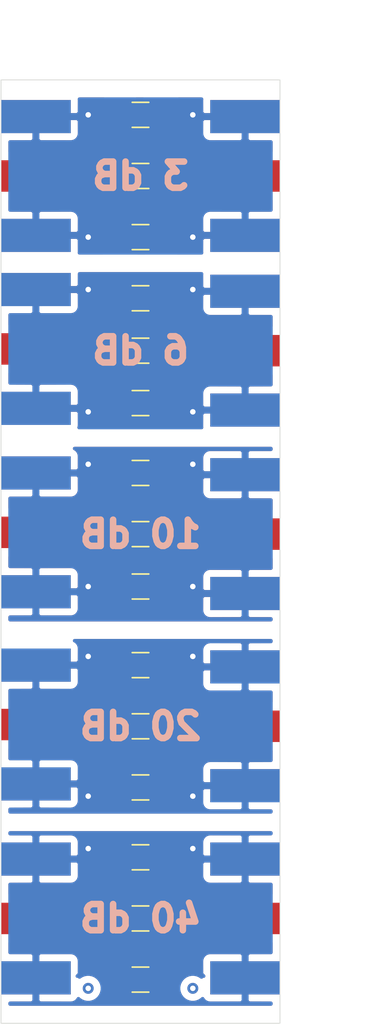
<source format=kicad_pcb>
(kicad_pcb (version 20171130) (host pcbnew "(5.1.10)-1")

  (general
    (thickness 1.6)
    (drawings 11)
    (tracks 43)
    (zones 0)
    (modules 25)
    (nets 16)
  )

  (page A4)
  (layers
    (0 F.Cu signal)
    (31 B.Cu signal)
    (32 B.Adhes user hide)
    (33 F.Adhes user hide)
    (34 B.Paste user)
    (35 F.Paste user)
    (36 B.SilkS user)
    (37 F.SilkS user)
    (38 B.Mask user hide)
    (39 F.Mask user hide)
    (40 Dwgs.User user)
    (41 Cmts.User user)
    (42 Eco1.User user)
    (43 Eco2.User user)
    (44 Edge.Cuts user)
    (45 Margin user)
    (46 B.CrtYd user)
    (47 F.CrtYd user)
    (48 B.Fab user)
    (49 F.Fab user)
  )

  (setup
    (last_trace_width 0.635)
    (user_trace_width 0.635)
    (trace_clearance 0.2)
    (zone_clearance 0.508)
    (zone_45_only no)
    (trace_min 0.2)
    (via_size 0.8)
    (via_drill 0.4)
    (via_min_size 0.4)
    (via_min_drill 0.3)
    (uvia_size 0.3)
    (uvia_drill 0.1)
    (uvias_allowed no)
    (uvia_min_size 0.2)
    (uvia_min_drill 0.1)
    (edge_width 0.05)
    (segment_width 0.2)
    (pcb_text_width 0.3)
    (pcb_text_size 1.5 1.5)
    (mod_edge_width 0.12)
    (mod_text_size 1 1)
    (mod_text_width 0.15)
    (pad_size 1.524 1.524)
    (pad_drill 0.762)
    (pad_to_mask_clearance 0)
    (aux_axis_origin 0 0)
    (visible_elements FFFFFF3F)
    (pcbplotparams
      (layerselection 0x010fc_ffffffff)
      (usegerberextensions false)
      (usegerberattributes true)
      (usegerberadvancedattributes true)
      (creategerberjobfile true)
      (excludeedgelayer true)
      (linewidth 0.100000)
      (plotframeref false)
      (viasonmask false)
      (mode 1)
      (useauxorigin false)
      (hpglpennumber 1)
      (hpglpenspeed 20)
      (hpglpendiameter 15.000000)
      (psnegative false)
      (psa4output false)
      (plotreference true)
      (plotvalue true)
      (plotinvisibletext false)
      (padsonsilk false)
      (subtractmaskfromsilk false)
      (outputformat 1)
      (mirror false)
      (drillshape 0)
      (scaleselection 1)
      (outputdirectory ""))
  )

  (net 0 "")
  (net 1 "Net-(P1-Pad1)")
  (net 2 "Net-(P2-Pad1)")
  (net 3 "Net-(P3-Pad1)")
  (net 4 "Net-(P4-Pad1)")
  (net 5 "Net-(P5-Pad1)")
  (net 6 "Net-(P6-Pad1)")
  (net 7 "Net-(P7-Pad1)")
  (net 8 "Net-(P8-Pad1)")
  (net 9 "Net-(P9-Pad1)")
  (net 10 "Net-(P10-Pad1)")
  (net 11 /G03)
  (net 12 /G10)
  (net 13 /G20)
  (net 14 /G40)
  (net 15 /G30)

  (net_class Default "This is the default net class."
    (clearance 0.2)
    (trace_width 0.25)
    (via_dia 0.8)
    (via_drill 0.4)
    (uvia_dia 0.3)
    (uvia_drill 0.1)
    (add_net /G03)
    (add_net /G10)
    (add_net /G20)
    (add_net /G30)
    (add_net /G40)
    (add_net "Net-(P1-Pad1)")
    (add_net "Net-(P10-Pad1)")
    (add_net "Net-(P2-Pad1)")
    (add_net "Net-(P3-Pad1)")
    (add_net "Net-(P4-Pad1)")
    (add_net "Net-(P5-Pad1)")
    (add_net "Net-(P6-Pad1)")
    (add_net "Net-(P7-Pad1)")
    (add_net "Net-(P8-Pad1)")
    (add_net "Net-(P9-Pad1)")
  )

  (module LandBoards_Conns:SMA_EDGE (layer F.Cu) (tedit 516DB352) (tstamp 6138F296)
    (at 30.48 29.845)
    (path /6138F9CC)
    (fp_text reference P1 (at -4.318 0 90) (layer F.SilkS) hide
      (effects (font (size 1.524 1.524) (thickness 0.3048)))
    )
    (fp_text value SMA (at 4.826 0.254 90) (layer F.SilkS) hide
      (effects (font (size 1.524 1.524) (thickness 0.3048)))
    )
    (pad 2 smd rect (at 0 4.318) (size 5.08 2.413) (layers B.Cu B.Paste B.Mask)
      (net 11 /G03))
    (pad 2 smd rect (at 0 -4.318) (size 5.08 2.413) (layers B.Cu B.Paste B.Mask)
      (net 11 /G03))
    (pad 2 smd rect (at 0 4.318) (size 5.08 2.413) (layers F.Cu F.Paste F.Mask)
      (net 11 /G03))
    (pad 2 smd rect (at 0 -4.318) (size 5.08 2.413) (layers F.Cu F.Paste F.Mask)
      (net 11 /G03))
    (pad 1 smd rect (at 0 0) (size 5.08 2.286) (layers F.Cu F.Paste F.Mask)
      (net 1 "Net-(P1-Pad1)"))
  )

  (module LandBoards_Conns:SMA_EDGE (layer F.Cu) (tedit 516DB352) (tstamp 6138F29F)
    (at 30.48 42.418)
    (path /613977AB)
    (fp_text reference P2 (at -4.318 0 90) (layer F.SilkS) hide
      (effects (font (size 1.524 1.524) (thickness 0.3048)))
    )
    (fp_text value SMA (at 4.826 0.254 90) (layer F.SilkS) hide
      (effects (font (size 1.524 1.524) (thickness 0.3048)))
    )
    (pad 2 smd rect (at 0 4.318) (size 5.08 2.413) (layers B.Cu B.Paste B.Mask)
      (net 12 /G10))
    (pad 2 smd rect (at 0 -4.318) (size 5.08 2.413) (layers B.Cu B.Paste B.Mask)
      (net 12 /G10))
    (pad 2 smd rect (at 0 4.318) (size 5.08 2.413) (layers F.Cu F.Paste F.Mask)
      (net 12 /G10))
    (pad 2 smd rect (at 0 -4.318) (size 5.08 2.413) (layers F.Cu F.Paste F.Mask)
      (net 12 /G10))
    (pad 1 smd rect (at 0 0) (size 5.08 2.286) (layers F.Cu F.Paste F.Mask)
      (net 2 "Net-(P2-Pad1)"))
  )

  (module LandBoards_Conns:SMA_EDGE (layer F.Cu) (tedit 516DB352) (tstamp 6138F2A8)
    (at 30.48 55.753)
    (path /6139A9F1)
    (fp_text reference P3 (at -4.318 0 90) (layer F.SilkS) hide
      (effects (font (size 1.524 1.524) (thickness 0.3048)))
    )
    (fp_text value SMA (at 4.826 0.254 90) (layer F.SilkS) hide
      (effects (font (size 1.524 1.524) (thickness 0.3048)))
    )
    (pad 2 smd rect (at 0 4.318) (size 5.08 2.413) (layers B.Cu B.Paste B.Mask)
      (net 13 /G20))
    (pad 2 smd rect (at 0 -4.318) (size 5.08 2.413) (layers B.Cu B.Paste B.Mask)
      (net 13 /G20))
    (pad 2 smd rect (at 0 4.318) (size 5.08 2.413) (layers F.Cu F.Paste F.Mask)
      (net 13 /G20))
    (pad 2 smd rect (at 0 -4.318) (size 5.08 2.413) (layers F.Cu F.Paste F.Mask)
      (net 13 /G20))
    (pad 1 smd rect (at 0 0) (size 5.08 2.286) (layers F.Cu F.Paste F.Mask)
      (net 3 "Net-(P3-Pad1)"))
  )

  (module LandBoards_Conns:SMA_EDGE (layer F.Cu) (tedit 516DB352) (tstamp 6138F2B1)
    (at 30.48 69.723)
    (path /6139AA41)
    (fp_text reference P4 (at -4.318 0 90) (layer F.SilkS) hide
      (effects (font (size 1.524 1.524) (thickness 0.3048)))
    )
    (fp_text value SMA (at 4.826 0.254 90) (layer F.SilkS) hide
      (effects (font (size 1.524 1.524) (thickness 0.3048)))
    )
    (pad 1 smd rect (at 0 0) (size 5.08 2.286) (layers F.Cu F.Paste F.Mask)
      (net 4 "Net-(P4-Pad1)"))
    (pad 2 smd rect (at 0 -4.318) (size 5.08 2.413) (layers F.Cu F.Paste F.Mask)
      (net 15 /G30))
    (pad 2 smd rect (at 0 4.318) (size 5.08 2.413) (layers F.Cu F.Paste F.Mask)
      (net 15 /G30))
    (pad 2 smd rect (at 0 -4.318) (size 5.08 2.413) (layers B.Cu B.Paste B.Mask)
      (net 15 /G30))
    (pad 2 smd rect (at 0 4.318) (size 5.08 2.413) (layers B.Cu B.Paste B.Mask)
      (net 15 /G30))
  )

  (module LandBoards_Conns:SMA_EDGE (layer F.Cu) (tedit 516DB352) (tstamp 6138F2BA)
    (at 30.48 83.82)
    (path /613A18E3)
    (fp_text reference P5 (at -3.81 0 90) (layer F.SilkS) hide
      (effects (font (size 1.524 1.524) (thickness 0.3048)))
    )
    (fp_text value SMA (at 4.826 0.254 90) (layer F.SilkS) hide
      (effects (font (size 1.524 1.524) (thickness 0.3048)))
    )
    (pad 1 smd rect (at 0 0) (size 5.08 2.286) (layers F.Cu F.Paste F.Mask)
      (net 5 "Net-(P5-Pad1)"))
    (pad 2 smd rect (at 0 -4.318) (size 5.08 2.413) (layers F.Cu F.Paste F.Mask)
      (net 14 /G40))
    (pad 2 smd rect (at 0 4.318) (size 5.08 2.413) (layers F.Cu F.Paste F.Mask)
      (net 14 /G40))
    (pad 2 smd rect (at 0 -4.318) (size 5.08 2.413) (layers B.Cu B.Paste B.Mask)
      (net 14 /G40))
    (pad 2 smd rect (at 0 4.318) (size 5.08 2.413) (layers B.Cu B.Paste B.Mask)
      (net 14 /G40))
  )

  (module LandBoards_Conns:SMA_EDGE (layer F.Cu) (tedit 516DB352) (tstamp 6138F2C3)
    (at 45.72 29.845)
    (path /6138EE5C)
    (fp_text reference P6 (at 4.445 0 90) (layer F.SilkS) hide
      (effects (font (size 1.524 1.524) (thickness 0.3048)))
    )
    (fp_text value SMA (at 4.826 0.254 90) (layer F.SilkS) hide
      (effects (font (size 1.524 1.524) (thickness 0.3048)))
    )
    (pad 1 smd rect (at 0 0) (size 5.08 2.286) (layers F.Cu F.Paste F.Mask)
      (net 6 "Net-(P6-Pad1)"))
    (pad 2 smd rect (at 0 -4.318) (size 5.08 2.413) (layers F.Cu F.Paste F.Mask)
      (net 11 /G03))
    (pad 2 smd rect (at 0 4.318) (size 5.08 2.413) (layers F.Cu F.Paste F.Mask)
      (net 11 /G03))
    (pad 2 smd rect (at 0 -4.318) (size 5.08 2.413) (layers B.Cu B.Paste B.Mask)
      (net 11 /G03))
    (pad 2 smd rect (at 0 4.318) (size 5.08 2.413) (layers B.Cu B.Paste B.Mask)
      (net 11 /G03))
  )

  (module LandBoards_Conns:SMA_EDGE (layer F.Cu) (tedit 516DB352) (tstamp 6138F2CC)
    (at 45.72 42.545)
    (path /61397733)
    (fp_text reference P7 (at 4.445 0 90) (layer F.SilkS) hide
      (effects (font (size 1.524 1.524) (thickness 0.3048)))
    )
    (fp_text value SMA (at 4.826 0.254 90) (layer F.SilkS) hide
      (effects (font (size 1.524 1.524) (thickness 0.3048)))
    )
    (pad 1 smd rect (at 0 0) (size 5.08 2.286) (layers F.Cu F.Paste F.Mask)
      (net 7 "Net-(P7-Pad1)"))
    (pad 2 smd rect (at 0 -4.318) (size 5.08 2.413) (layers F.Cu F.Paste F.Mask)
      (net 12 /G10))
    (pad 2 smd rect (at 0 4.318) (size 5.08 2.413) (layers F.Cu F.Paste F.Mask)
      (net 12 /G10))
    (pad 2 smd rect (at 0 -4.318) (size 5.08 2.413) (layers B.Cu B.Paste B.Mask)
      (net 12 /G10))
    (pad 2 smd rect (at 0 4.318) (size 5.08 2.413) (layers B.Cu B.Paste B.Mask)
      (net 12 /G10))
  )

  (module LandBoards_Conns:SMA_EDGE (layer F.Cu) (tedit 516DB352) (tstamp 6138F2D5)
    (at 45.72 55.88)
    (path /6139A919)
    (fp_text reference P8 (at 4.445 0 90) (layer F.SilkS) hide
      (effects (font (size 1.524 1.524) (thickness 0.3048)))
    )
    (fp_text value SMA (at 4.826 0.254 90) (layer F.SilkS) hide
      (effects (font (size 1.524 1.524) (thickness 0.3048)))
    )
    (pad 1 smd rect (at 0 0) (size 5.08 2.286) (layers F.Cu F.Paste F.Mask)
      (net 8 "Net-(P8-Pad1)"))
    (pad 2 smd rect (at 0 -4.318) (size 5.08 2.413) (layers F.Cu F.Paste F.Mask)
      (net 13 /G20))
    (pad 2 smd rect (at 0 4.318) (size 5.08 2.413) (layers F.Cu F.Paste F.Mask)
      (net 13 /G20))
    (pad 2 smd rect (at 0 -4.318) (size 5.08 2.413) (layers B.Cu B.Paste B.Mask)
      (net 13 /G20))
    (pad 2 smd rect (at 0 4.318) (size 5.08 2.413) (layers B.Cu B.Paste B.Mask)
      (net 13 /G20))
  )

  (module LandBoards_Conns:SMA_EDGE (layer F.Cu) (tedit 516DB352) (tstamp 6138F2DE)
    (at 45.72 69.85)
    (path /6139AA37)
    (fp_text reference P9 (at 4.445 0 90) (layer F.SilkS) hide
      (effects (font (size 1.524 1.524) (thickness 0.3048)))
    )
    (fp_text value SMA (at 4.826 0.254 90) (layer F.SilkS) hide
      (effects (font (size 1.524 1.524) (thickness 0.3048)))
    )
    (pad 2 smd rect (at 0 4.318) (size 5.08 2.413) (layers B.Cu B.Paste B.Mask)
      (net 15 /G30))
    (pad 2 smd rect (at 0 -4.318) (size 5.08 2.413) (layers B.Cu B.Paste B.Mask)
      (net 15 /G30))
    (pad 2 smd rect (at 0 4.318) (size 5.08 2.413) (layers F.Cu F.Paste F.Mask)
      (net 15 /G30))
    (pad 2 smd rect (at 0 -4.318) (size 5.08 2.413) (layers F.Cu F.Paste F.Mask)
      (net 15 /G30))
    (pad 1 smd rect (at 0 0) (size 5.08 2.286) (layers F.Cu F.Paste F.Mask)
      (net 9 "Net-(P9-Pad1)"))
  )

  (module LandBoards_Conns:SMA_EDGE (layer F.Cu) (tedit 516DB352) (tstamp 6138F2E7)
    (at 45.72 83.82)
    (path /613A174B)
    (fp_text reference P10 (at 4.445 0 90) (layer F.SilkS) hide
      (effects (font (size 1.524 1.524) (thickness 0.3048)))
    )
    (fp_text value SMA (at 4.826 0.254 90) (layer F.SilkS) hide
      (effects (font (size 1.524 1.524) (thickness 0.3048)))
    )
    (pad 2 smd rect (at 0 4.318) (size 5.08 2.413) (layers B.Cu B.Paste B.Mask)
      (net 14 /G40))
    (pad 2 smd rect (at 0 -4.318) (size 5.08 2.413) (layers B.Cu B.Paste B.Mask)
      (net 14 /G40))
    (pad 2 smd rect (at 0 4.318) (size 5.08 2.413) (layers F.Cu F.Paste F.Mask)
      (net 14 /G40))
    (pad 2 smd rect (at 0 -4.318) (size 5.08 2.413) (layers F.Cu F.Paste F.Mask)
      (net 14 /G40))
    (pad 1 smd rect (at 0 0) (size 5.08 2.286) (layers F.Cu F.Paste F.Mask)
      (net 10 "Net-(P10-Pad1)"))
  )

  (module Resistor_SMD:R_1206_3216Metric_Pad1.42x1.75mm_HandSolder (layer F.Cu) (tedit 5B301BBD) (tstamp 6138F2F8)
    (at 38.1 25.4)
    (descr "Resistor SMD 1206 (3216 Metric), square (rectangular) end terminal, IPC_7351 nominal with elongated pad for handsoldering. (Body size source: http://www.tortai-tech.com/upload/download/2011102023233369053.pdf), generated with kicad-footprint-generator")
    (tags "resistor handsolder")
    (path /6139004A)
    (attr smd)
    (fp_text reference R1 (at 0 -1.82) (layer F.SilkS) hide
      (effects (font (size 1 1) (thickness 0.15)))
    )
    (fp_text value R_Small (at 0 1.82) (layer F.Fab) hide
      (effects (font (size 1 1) (thickness 0.15)))
    )
    (fp_line (start 2.45 1.12) (end -2.45 1.12) (layer F.CrtYd) (width 0.05))
    (fp_line (start 2.45 -1.12) (end 2.45 1.12) (layer F.CrtYd) (width 0.05))
    (fp_line (start -2.45 -1.12) (end 2.45 -1.12) (layer F.CrtYd) (width 0.05))
    (fp_line (start -2.45 1.12) (end -2.45 -1.12) (layer F.CrtYd) (width 0.05))
    (fp_line (start -0.602064 0.91) (end 0.602064 0.91) (layer F.SilkS) (width 0.12))
    (fp_line (start -0.602064 -0.91) (end 0.602064 -0.91) (layer F.SilkS) (width 0.12))
    (fp_line (start 1.6 0.8) (end -1.6 0.8) (layer F.Fab) (width 0.1))
    (fp_line (start 1.6 -0.8) (end 1.6 0.8) (layer F.Fab) (width 0.1))
    (fp_line (start -1.6 -0.8) (end 1.6 -0.8) (layer F.Fab) (width 0.1))
    (fp_line (start -1.6 0.8) (end -1.6 -0.8) (layer F.Fab) (width 0.1))
    (fp_text user %R (at 0 0) (layer F.Fab) hide
      (effects (font (size 0.8 0.8) (thickness 0.12)))
    )
    (pad 1 smd roundrect (at -1.4875 0) (size 1.425 1.75) (layers F.Cu F.Paste F.Mask) (roundrect_rratio 0.1754385964912281)
      (net 1 "Net-(P1-Pad1)"))
    (pad 2 smd roundrect (at 1.4875 0) (size 1.425 1.75) (layers F.Cu F.Paste F.Mask) (roundrect_rratio 0.1754385964912281)
      (net 11 /G03))
    (model ${KISYS3DMOD}/Resistor_SMD.3dshapes/R_1206_3216Metric.wrl
      (at (xyz 0 0 0))
      (scale (xyz 1 1 1))
      (rotate (xyz 0 0 0))
    )
  )

  (module Resistor_SMD:R_1206_3216Metric_Pad1.42x1.75mm_HandSolder (layer F.Cu) (tedit 5B301BBD) (tstamp 6138F309)
    (at 38.1 38.735)
    (descr "Resistor SMD 1206 (3216 Metric), square (rectangular) end terminal, IPC_7351 nominal with elongated pad for handsoldering. (Body size source: http://www.tortai-tech.com/upload/download/2011102023233369053.pdf), generated with kicad-footprint-generator")
    (tags "resistor handsolder")
    (path /613977B5)
    (attr smd)
    (fp_text reference R2 (at 0 -1.82) (layer F.SilkS) hide
      (effects (font (size 1 1) (thickness 0.15)))
    )
    (fp_text value R_Small (at 0 1.82) (layer F.Fab) hide
      (effects (font (size 1 1) (thickness 0.15)))
    )
    (fp_text user %R (at 3.81 0) (layer F.Fab) hide
      (effects (font (size 0.8 0.8) (thickness 0.12)))
    )
    (fp_line (start -1.6 0.8) (end -1.6 -0.8) (layer F.Fab) (width 0.1))
    (fp_line (start -1.6 -0.8) (end 1.6 -0.8) (layer F.Fab) (width 0.1))
    (fp_line (start 1.6 -0.8) (end 1.6 0.8) (layer F.Fab) (width 0.1))
    (fp_line (start 1.6 0.8) (end -1.6 0.8) (layer F.Fab) (width 0.1))
    (fp_line (start -0.602064 -0.91) (end 0.602064 -0.91) (layer F.SilkS) (width 0.12))
    (fp_line (start -0.602064 0.91) (end 0.602064 0.91) (layer F.SilkS) (width 0.12))
    (fp_line (start -2.45 1.12) (end -2.45 -1.12) (layer F.CrtYd) (width 0.05))
    (fp_line (start -2.45 -1.12) (end 2.45 -1.12) (layer F.CrtYd) (width 0.05))
    (fp_line (start 2.45 -1.12) (end 2.45 1.12) (layer F.CrtYd) (width 0.05))
    (fp_line (start 2.45 1.12) (end -2.45 1.12) (layer F.CrtYd) (width 0.05))
    (pad 2 smd roundrect (at 1.4875 0) (size 1.425 1.75) (layers F.Cu F.Paste F.Mask) (roundrect_rratio 0.1754385964912281)
      (net 12 /G10))
    (pad 1 smd roundrect (at -1.4875 0) (size 1.425 1.75) (layers F.Cu F.Paste F.Mask) (roundrect_rratio 0.1754385964912281)
      (net 2 "Net-(P2-Pad1)"))
    (model ${KISYS3DMOD}/Resistor_SMD.3dshapes/R_1206_3216Metric.wrl
      (at (xyz 0 0 0))
      (scale (xyz 1 1 1))
      (rotate (xyz 0 0 0))
    )
  )

  (module Resistor_SMD:R_1206_3216Metric_Pad1.42x1.75mm_HandSolder (layer F.Cu) (tedit 5B301BBD) (tstamp 6138F31A)
    (at 38.1 51.435)
    (descr "Resistor SMD 1206 (3216 Metric), square (rectangular) end terminal, IPC_7351 nominal with elongated pad for handsoldering. (Body size source: http://www.tortai-tech.com/upload/download/2011102023233369053.pdf), generated with kicad-footprint-generator")
    (tags "resistor handsolder")
    (path /6139A9FB)
    (attr smd)
    (fp_text reference R3 (at 0 -1.82) (layer F.SilkS) hide
      (effects (font (size 1 1) (thickness 0.15)))
    )
    (fp_text value R_Small (at 0 1.82) (layer F.Fab) hide
      (effects (font (size 1 1) (thickness 0.15)))
    )
    (fp_line (start 2.45 1.12) (end -2.45 1.12) (layer F.CrtYd) (width 0.05))
    (fp_line (start 2.45 -1.12) (end 2.45 1.12) (layer F.CrtYd) (width 0.05))
    (fp_line (start -2.45 -1.12) (end 2.45 -1.12) (layer F.CrtYd) (width 0.05))
    (fp_line (start -2.45 1.12) (end -2.45 -1.12) (layer F.CrtYd) (width 0.05))
    (fp_line (start -0.602064 0.91) (end 0.602064 0.91) (layer F.SilkS) (width 0.12))
    (fp_line (start -0.602064 -0.91) (end 0.602064 -0.91) (layer F.SilkS) (width 0.12))
    (fp_line (start 1.6 0.8) (end -1.6 0.8) (layer F.Fab) (width 0.1))
    (fp_line (start 1.6 -0.8) (end 1.6 0.8) (layer F.Fab) (width 0.1))
    (fp_line (start -1.6 -0.8) (end 1.6 -0.8) (layer F.Fab) (width 0.1))
    (fp_line (start -1.6 0.8) (end -1.6 -0.8) (layer F.Fab) (width 0.1))
    (fp_text user %R (at 0 0) (layer F.Fab) hide
      (effects (font (size 0.8 0.8) (thickness 0.12)))
    )
    (pad 1 smd roundrect (at -1.4875 0) (size 1.425 1.75) (layers F.Cu F.Paste F.Mask) (roundrect_rratio 0.1754385964912281)
      (net 3 "Net-(P3-Pad1)"))
    (pad 2 smd roundrect (at 1.4875 0) (size 1.425 1.75) (layers F.Cu F.Paste F.Mask) (roundrect_rratio 0.1754385964912281)
      (net 13 /G20))
    (model ${KISYS3DMOD}/Resistor_SMD.3dshapes/R_1206_3216Metric.wrl
      (at (xyz 0 0 0))
      (scale (xyz 1 1 1))
      (rotate (xyz 0 0 0))
    )
  )

  (module Resistor_SMD:R_1206_3216Metric_Pad1.42x1.75mm_HandSolder (layer F.Cu) (tedit 5B301BBD) (tstamp 6138F32B)
    (at 38.1 65.405)
    (descr "Resistor SMD 1206 (3216 Metric), square (rectangular) end terminal, IPC_7351 nominal with elongated pad for handsoldering. (Body size source: http://www.tortai-tech.com/upload/download/2011102023233369053.pdf), generated with kicad-footprint-generator")
    (tags "resistor handsolder")
    (path /6139AA4B)
    (attr smd)
    (fp_text reference R4 (at 0 -1.82) (layer F.SilkS) hide
      (effects (font (size 1 1) (thickness 0.15)))
    )
    (fp_text value R_Small (at 0 1.82) (layer F.Fab) hide
      (effects (font (size 1 1) (thickness 0.15)))
    )
    (fp_line (start 2.45 1.12) (end -2.45 1.12) (layer F.CrtYd) (width 0.05))
    (fp_line (start 2.45 -1.12) (end 2.45 1.12) (layer F.CrtYd) (width 0.05))
    (fp_line (start -2.45 -1.12) (end 2.45 -1.12) (layer F.CrtYd) (width 0.05))
    (fp_line (start -2.45 1.12) (end -2.45 -1.12) (layer F.CrtYd) (width 0.05))
    (fp_line (start -0.602064 0.91) (end 0.602064 0.91) (layer F.SilkS) (width 0.12))
    (fp_line (start -0.602064 -0.91) (end 0.602064 -0.91) (layer F.SilkS) (width 0.12))
    (fp_line (start 1.6 0.8) (end -1.6 0.8) (layer F.Fab) (width 0.1))
    (fp_line (start 1.6 -0.8) (end 1.6 0.8) (layer F.Fab) (width 0.1))
    (fp_line (start -1.6 -0.8) (end 1.6 -0.8) (layer F.Fab) (width 0.1))
    (fp_line (start -1.6 0.8) (end -1.6 -0.8) (layer F.Fab) (width 0.1))
    (fp_text user %R (at 3.5925 0) (layer F.Fab) hide
      (effects (font (size 0.8 0.8) (thickness 0.12)))
    )
    (pad 1 smd roundrect (at -1.4875 0) (size 1.425 1.75) (layers F.Cu F.Paste F.Mask) (roundrect_rratio 0.1754385964912281)
      (net 4 "Net-(P4-Pad1)"))
    (pad 2 smd roundrect (at 1.4875 0) (size 1.425 1.75) (layers F.Cu F.Paste F.Mask) (roundrect_rratio 0.1754385964912281)
      (net 15 /G30))
    (model ${KISYS3DMOD}/Resistor_SMD.3dshapes/R_1206_3216Metric.wrl
      (at (xyz 0 0 0))
      (scale (xyz 1 1 1))
      (rotate (xyz 0 0 0))
    )
  )

  (module Resistor_SMD:R_1206_3216Metric_Pad1.42x1.75mm_HandSolder (layer F.Cu) (tedit 5B301BBD) (tstamp 6138F33C)
    (at 38.1 88.265)
    (descr "Resistor SMD 1206 (3216 Metric), square (rectangular) end terminal, IPC_7351 nominal with elongated pad for handsoldering. (Body size source: http://www.tortai-tech.com/upload/download/2011102023233369053.pdf), generated with kicad-footprint-generator")
    (tags "resistor handsolder")
    (path /613A18ED)
    (attr smd)
    (fp_text reference R5 (at 0 -1.82) (layer F.SilkS) hide
      (effects (font (size 1 1) (thickness 0.15)))
    )
    (fp_text value R_Small (at 0 1.82) (layer F.Fab) hide
      (effects (font (size 1 1) (thickness 0.15)))
    )
    (fp_text user %R (at 0 0) (layer F.Fab) hide
      (effects (font (size 0.8 0.8) (thickness 0.12)))
    )
    (fp_line (start -1.6 0.8) (end -1.6 -0.8) (layer F.Fab) (width 0.1))
    (fp_line (start -1.6 -0.8) (end 1.6 -0.8) (layer F.Fab) (width 0.1))
    (fp_line (start 1.6 -0.8) (end 1.6 0.8) (layer F.Fab) (width 0.1))
    (fp_line (start 1.6 0.8) (end -1.6 0.8) (layer F.Fab) (width 0.1))
    (fp_line (start -0.602064 -0.91) (end 0.602064 -0.91) (layer F.SilkS) (width 0.12))
    (fp_line (start -0.602064 0.91) (end 0.602064 0.91) (layer F.SilkS) (width 0.12))
    (fp_line (start -2.45 1.12) (end -2.45 -1.12) (layer F.CrtYd) (width 0.05))
    (fp_line (start -2.45 -1.12) (end 2.45 -1.12) (layer F.CrtYd) (width 0.05))
    (fp_line (start 2.45 -1.12) (end 2.45 1.12) (layer F.CrtYd) (width 0.05))
    (fp_line (start 2.45 1.12) (end -2.45 1.12) (layer F.CrtYd) (width 0.05))
    (pad 2 smd roundrect (at 1.4875 0) (size 1.425 1.75) (layers F.Cu F.Paste F.Mask) (roundrect_rratio 0.1754385964912281)
      (net 14 /G40))
    (pad 1 smd roundrect (at -1.4875 0) (size 1.425 1.75) (layers F.Cu F.Paste F.Mask) (roundrect_rratio 0.1754385964912281)
      (net 5 "Net-(P5-Pad1)"))
    (model ${KISYS3DMOD}/Resistor_SMD.3dshapes/R_1206_3216Metric.wrl
      (at (xyz 0 0 0))
      (scale (xyz 1 1 1))
      (rotate (xyz 0 0 0))
    )
  )

  (module Resistor_SMD:R_1206_3216Metric_Pad1.42x1.75mm_HandSolder (layer F.Cu) (tedit 5B301BBD) (tstamp 6138F34D)
    (at 38.1 29.845 180)
    (descr "Resistor SMD 1206 (3216 Metric), square (rectangular) end terminal, IPC_7351 nominal with elongated pad for handsoldering. (Body size source: http://www.tortai-tech.com/upload/download/2011102023233369053.pdf), generated with kicad-footprint-generator")
    (tags "resistor handsolder")
    (path /6139064F)
    (attr smd)
    (fp_text reference R6 (at 0 -1.82) (layer F.SilkS) hide
      (effects (font (size 1 1) (thickness 0.15)))
    )
    (fp_text value R_Small (at 0 1.82) (layer F.Fab) hide
      (effects (font (size 1 1) (thickness 0.15)))
    )
    (fp_text user %R (at 0 0) (layer F.Fab) hide
      (effects (font (size 0.8 0.8) (thickness 0.12)))
    )
    (fp_line (start -1.6 0.8) (end -1.6 -0.8) (layer F.Fab) (width 0.1))
    (fp_line (start -1.6 -0.8) (end 1.6 -0.8) (layer F.Fab) (width 0.1))
    (fp_line (start 1.6 -0.8) (end 1.6 0.8) (layer F.Fab) (width 0.1))
    (fp_line (start 1.6 0.8) (end -1.6 0.8) (layer F.Fab) (width 0.1))
    (fp_line (start -0.602064 -0.91) (end 0.602064 -0.91) (layer F.SilkS) (width 0.12))
    (fp_line (start -0.602064 0.91) (end 0.602064 0.91) (layer F.SilkS) (width 0.12))
    (fp_line (start -2.45 1.12) (end -2.45 -1.12) (layer F.CrtYd) (width 0.05))
    (fp_line (start -2.45 -1.12) (end 2.45 -1.12) (layer F.CrtYd) (width 0.05))
    (fp_line (start 2.45 -1.12) (end 2.45 1.12) (layer F.CrtYd) (width 0.05))
    (fp_line (start 2.45 1.12) (end -2.45 1.12) (layer F.CrtYd) (width 0.05))
    (pad 2 smd roundrect (at 1.4875 0 180) (size 1.425 1.75) (layers F.Cu F.Paste F.Mask) (roundrect_rratio 0.1754385964912281)
      (net 1 "Net-(P1-Pad1)"))
    (pad 1 smd roundrect (at -1.4875 0 180) (size 1.425 1.75) (layers F.Cu F.Paste F.Mask) (roundrect_rratio 0.1754385964912281)
      (net 6 "Net-(P6-Pad1)"))
    (model ${KISYS3DMOD}/Resistor_SMD.3dshapes/R_1206_3216Metric.wrl
      (at (xyz 0 0 0))
      (scale (xyz 1 1 1))
      (rotate (xyz 0 0 0))
    )
  )

  (module Resistor_SMD:R_1206_3216Metric_Pad1.42x1.75mm_HandSolder (layer F.Cu) (tedit 5B301BBD) (tstamp 6138F35E)
    (at 38.1 42.545 180)
    (descr "Resistor SMD 1206 (3216 Metric), square (rectangular) end terminal, IPC_7351 nominal with elongated pad for handsoldering. (Body size source: http://www.tortai-tech.com/upload/download/2011102023233369053.pdf), generated with kicad-footprint-generator")
    (tags "resistor handsolder")
    (path /613977BF)
    (attr smd)
    (fp_text reference R7 (at 0 -1.82) (layer F.SilkS) hide
      (effects (font (size 1 1) (thickness 0.15)))
    )
    (fp_text value R_Small (at 0 1.82) (layer F.Fab) hide
      (effects (font (size 1 1) (thickness 0.15)))
    )
    (fp_line (start 2.45 1.12) (end -2.45 1.12) (layer F.CrtYd) (width 0.05))
    (fp_line (start 2.45 -1.12) (end 2.45 1.12) (layer F.CrtYd) (width 0.05))
    (fp_line (start -2.45 -1.12) (end 2.45 -1.12) (layer F.CrtYd) (width 0.05))
    (fp_line (start -2.45 1.12) (end -2.45 -1.12) (layer F.CrtYd) (width 0.05))
    (fp_line (start -0.602064 0.91) (end 0.602064 0.91) (layer F.SilkS) (width 0.12))
    (fp_line (start -0.602064 -0.91) (end 0.602064 -0.91) (layer F.SilkS) (width 0.12))
    (fp_line (start 1.6 0.8) (end -1.6 0.8) (layer F.Fab) (width 0.1))
    (fp_line (start 1.6 -0.8) (end 1.6 0.8) (layer F.Fab) (width 0.1))
    (fp_line (start -1.6 -0.8) (end 1.6 -0.8) (layer F.Fab) (width 0.1))
    (fp_line (start -1.6 0.8) (end -1.6 -0.8) (layer F.Fab) (width 0.1))
    (fp_text user %R (at -3.300001 0) (layer F.Fab) hide
      (effects (font (size 0.8 0.8) (thickness 0.12)))
    )
    (pad 1 smd roundrect (at -1.4875 0 180) (size 1.425 1.75) (layers F.Cu F.Paste F.Mask) (roundrect_rratio 0.1754385964912281)
      (net 7 "Net-(P7-Pad1)"))
    (pad 2 smd roundrect (at 1.4875 0 180) (size 1.425 1.75) (layers F.Cu F.Paste F.Mask) (roundrect_rratio 0.1754385964912281)
      (net 2 "Net-(P2-Pad1)"))
    (model ${KISYS3DMOD}/Resistor_SMD.3dshapes/R_1206_3216Metric.wrl
      (at (xyz 0 0 0))
      (scale (xyz 1 1 1))
      (rotate (xyz 0 0 0))
    )
  )

  (module Resistor_SMD:R_1206_3216Metric_Pad1.42x1.75mm_HandSolder (layer F.Cu) (tedit 5B301BBD) (tstamp 6138F36F)
    (at 38.1 55.88 180)
    (descr "Resistor SMD 1206 (3216 Metric), square (rectangular) end terminal, IPC_7351 nominal with elongated pad for handsoldering. (Body size source: http://www.tortai-tech.com/upload/download/2011102023233369053.pdf), generated with kicad-footprint-generator")
    (tags "resistor handsolder")
    (path /6139AA05)
    (attr smd)
    (fp_text reference R8 (at 0 -1.82) (layer F.SilkS) hide
      (effects (font (size 1 1) (thickness 0.15)))
    )
    (fp_text value R_Small (at 0 1.82) (layer F.Fab) hide
      (effects (font (size 1 1) (thickness 0.15)))
    )
    (fp_line (start 2.45 1.12) (end -2.45 1.12) (layer F.CrtYd) (width 0.05))
    (fp_line (start 2.45 -1.12) (end 2.45 1.12) (layer F.CrtYd) (width 0.05))
    (fp_line (start -2.45 -1.12) (end 2.45 -1.12) (layer F.CrtYd) (width 0.05))
    (fp_line (start -2.45 1.12) (end -2.45 -1.12) (layer F.CrtYd) (width 0.05))
    (fp_line (start -0.602064 0.91) (end 0.602064 0.91) (layer F.SilkS) (width 0.12))
    (fp_line (start -0.602064 -0.91) (end 0.602064 -0.91) (layer F.SilkS) (width 0.12))
    (fp_line (start 1.6 0.8) (end -1.6 0.8) (layer F.Fab) (width 0.1))
    (fp_line (start 1.6 -0.8) (end 1.6 0.8) (layer F.Fab) (width 0.1))
    (fp_line (start -1.6 -0.8) (end 1.6 -0.8) (layer F.Fab) (width 0.1))
    (fp_line (start -1.6 0.8) (end -1.6 -0.8) (layer F.Fab) (width 0.1))
    (fp_text user %R (at 0 0) (layer F.Fab) hide
      (effects (font (size 0.8 0.8) (thickness 0.12)))
    )
    (pad 1 smd roundrect (at -1.4875 0 180) (size 1.425 1.75) (layers F.Cu F.Paste F.Mask) (roundrect_rratio 0.1754385964912281)
      (net 8 "Net-(P8-Pad1)"))
    (pad 2 smd roundrect (at 1.4875 0 180) (size 1.425 1.75) (layers F.Cu F.Paste F.Mask) (roundrect_rratio 0.1754385964912281)
      (net 3 "Net-(P3-Pad1)"))
    (model ${KISYS3DMOD}/Resistor_SMD.3dshapes/R_1206_3216Metric.wrl
      (at (xyz 0 0 0))
      (scale (xyz 1 1 1))
      (rotate (xyz 0 0 0))
    )
  )

  (module Resistor_SMD:R_1206_3216Metric_Pad1.42x1.75mm_HandSolder (layer F.Cu) (tedit 5B301BBD) (tstamp 6138F380)
    (at 38.1 69.85 180)
    (descr "Resistor SMD 1206 (3216 Metric), square (rectangular) end terminal, IPC_7351 nominal with elongated pad for handsoldering. (Body size source: http://www.tortai-tech.com/upload/download/2011102023233369053.pdf), generated with kicad-footprint-generator")
    (tags "resistor handsolder")
    (path /6139AA55)
    (attr smd)
    (fp_text reference R9 (at 0 -1.82) (layer F.SilkS) hide
      (effects (font (size 1 1) (thickness 0.15)))
    )
    (fp_text value R_Small (at 0 1.82) (layer F.Fab) hide
      (effects (font (size 1 1) (thickness 0.15)))
    )
    (fp_text user %R (at -4.405001 0) (layer F.Fab) hide
      (effects (font (size 0.8 0.8) (thickness 0.12)))
    )
    (fp_line (start -1.6 0.8) (end -1.6 -0.8) (layer F.Fab) (width 0.1))
    (fp_line (start -1.6 -0.8) (end 1.6 -0.8) (layer F.Fab) (width 0.1))
    (fp_line (start 1.6 -0.8) (end 1.6 0.8) (layer F.Fab) (width 0.1))
    (fp_line (start 1.6 0.8) (end -1.6 0.8) (layer F.Fab) (width 0.1))
    (fp_line (start -0.602064 -0.91) (end 0.602064 -0.91) (layer F.SilkS) (width 0.12))
    (fp_line (start -0.602064 0.91) (end 0.602064 0.91) (layer F.SilkS) (width 0.12))
    (fp_line (start -2.45 1.12) (end -2.45 -1.12) (layer F.CrtYd) (width 0.05))
    (fp_line (start -2.45 -1.12) (end 2.45 -1.12) (layer F.CrtYd) (width 0.05))
    (fp_line (start 2.45 -1.12) (end 2.45 1.12) (layer F.CrtYd) (width 0.05))
    (fp_line (start 2.45 1.12) (end -2.45 1.12) (layer F.CrtYd) (width 0.05))
    (pad 2 smd roundrect (at 1.4875 0 180) (size 1.425 1.75) (layers F.Cu F.Paste F.Mask) (roundrect_rratio 0.1754385964912281)
      (net 4 "Net-(P4-Pad1)"))
    (pad 1 smd roundrect (at -1.4875 0 180) (size 1.425 1.75) (layers F.Cu F.Paste F.Mask) (roundrect_rratio 0.1754385964912281)
      (net 9 "Net-(P9-Pad1)"))
    (model ${KISYS3DMOD}/Resistor_SMD.3dshapes/R_1206_3216Metric.wrl
      (at (xyz 0 0 0))
      (scale (xyz 1 1 1))
      (rotate (xyz 0 0 0))
    )
  )

  (module Resistor_SMD:R_1206_3216Metric_Pad1.42x1.75mm_HandSolder (layer F.Cu) (tedit 5B301BBD) (tstamp 6138F391)
    (at 38.1 83.82 180)
    (descr "Resistor SMD 1206 (3216 Metric), square (rectangular) end terminal, IPC_7351 nominal with elongated pad for handsoldering. (Body size source: http://www.tortai-tech.com/upload/download/2011102023233369053.pdf), generated with kicad-footprint-generator")
    (tags "resistor handsolder")
    (path /613A18F7)
    (attr smd)
    (fp_text reference R10 (at 0 -1.82) (layer F.SilkS) hide
      (effects (font (size 1 1) (thickness 0.15)))
    )
    (fp_text value R_Small (at 0 1.82) (layer F.Fab) hide
      (effects (font (size 1 1) (thickness 0.15)))
    )
    (fp_line (start 2.45 1.12) (end -2.45 1.12) (layer F.CrtYd) (width 0.05))
    (fp_line (start 2.45 -1.12) (end 2.45 1.12) (layer F.CrtYd) (width 0.05))
    (fp_line (start -2.45 -1.12) (end 2.45 -1.12) (layer F.CrtYd) (width 0.05))
    (fp_line (start -2.45 1.12) (end -2.45 -1.12) (layer F.CrtYd) (width 0.05))
    (fp_line (start -0.602064 0.91) (end 0.602064 0.91) (layer F.SilkS) (width 0.12))
    (fp_line (start -0.602064 -0.91) (end 0.602064 -0.91) (layer F.SilkS) (width 0.12))
    (fp_line (start 1.6 0.8) (end -1.6 0.8) (layer F.Fab) (width 0.1))
    (fp_line (start 1.6 -0.8) (end 1.6 0.8) (layer F.Fab) (width 0.1))
    (fp_line (start -1.6 -0.8) (end 1.6 -0.8) (layer F.Fab) (width 0.1))
    (fp_line (start -1.6 0.8) (end -1.6 -0.8) (layer F.Fab) (width 0.1))
    (fp_text user %R (at 0 0) (layer F.Fab) hide
      (effects (font (size 0.8 0.8) (thickness 0.12)))
    )
    (pad 1 smd roundrect (at -1.4875 0 180) (size 1.425 1.75) (layers F.Cu F.Paste F.Mask) (roundrect_rratio 0.1754385964912281)
      (net 10 "Net-(P10-Pad1)"))
    (pad 2 smd roundrect (at 1.4875 0 180) (size 1.425 1.75) (layers F.Cu F.Paste F.Mask) (roundrect_rratio 0.1754385964912281)
      (net 5 "Net-(P5-Pad1)"))
    (model ${KISYS3DMOD}/Resistor_SMD.3dshapes/R_1206_3216Metric.wrl
      (at (xyz 0 0 0))
      (scale (xyz 1 1 1))
      (rotate (xyz 0 0 0))
    )
  )

  (module Resistor_SMD:R_1206_3216Metric_Pad1.42x1.75mm_HandSolder (layer F.Cu) (tedit 5B301BBD) (tstamp 6138F3A2)
    (at 38.1 34.29 180)
    (descr "Resistor SMD 1206 (3216 Metric), square (rectangular) end terminal, IPC_7351 nominal with elongated pad for handsoldering. (Body size source: http://www.tortai-tech.com/upload/download/2011102023233369053.pdf), generated with kicad-footprint-generator")
    (tags "resistor handsolder")
    (path /61390EE9)
    (attr smd)
    (fp_text reference R11 (at 0 -1.82) (layer F.SilkS) hide
      (effects (font (size 1 1) (thickness 0.15)))
    )
    (fp_text value R_Small (at 0 1.82) (layer F.Fab) hide
      (effects (font (size 1 1) (thickness 0.15)))
    )
    (fp_line (start 2.45 1.12) (end -2.45 1.12) (layer F.CrtYd) (width 0.05))
    (fp_line (start 2.45 -1.12) (end 2.45 1.12) (layer F.CrtYd) (width 0.05))
    (fp_line (start -2.45 -1.12) (end 2.45 -1.12) (layer F.CrtYd) (width 0.05))
    (fp_line (start -2.45 1.12) (end -2.45 -1.12) (layer F.CrtYd) (width 0.05))
    (fp_line (start -0.602064 0.91) (end 0.602064 0.91) (layer F.SilkS) (width 0.12))
    (fp_line (start -0.602064 -0.91) (end 0.602064 -0.91) (layer F.SilkS) (width 0.12))
    (fp_line (start 1.6 0.8) (end -1.6 0.8) (layer F.Fab) (width 0.1))
    (fp_line (start 1.6 -0.8) (end 1.6 0.8) (layer F.Fab) (width 0.1))
    (fp_line (start -1.6 -0.8) (end 1.6 -0.8) (layer F.Fab) (width 0.1))
    (fp_line (start -1.6 0.8) (end -1.6 -0.8) (layer F.Fab) (width 0.1))
    (fp_text user %R (at 0 0) (layer F.Fab) hide
      (effects (font (size 0.8 0.8) (thickness 0.12)))
    )
    (pad 1 smd roundrect (at -1.4875 0 180) (size 1.425 1.75) (layers F.Cu F.Paste F.Mask) (roundrect_rratio 0.1754385964912281)
      (net 6 "Net-(P6-Pad1)"))
    (pad 2 smd roundrect (at 1.4875 0 180) (size 1.425 1.75) (layers F.Cu F.Paste F.Mask) (roundrect_rratio 0.1754385964912281)
      (net 11 /G03))
    (model ${KISYS3DMOD}/Resistor_SMD.3dshapes/R_1206_3216Metric.wrl
      (at (xyz 0 0 0))
      (scale (xyz 1 1 1))
      (rotate (xyz 0 0 0))
    )
  )

  (module Resistor_SMD:R_1206_3216Metric_Pad1.42x1.75mm_HandSolder (layer F.Cu) (tedit 5B301BBD) (tstamp 6138F3B3)
    (at 38.1 46.355 180)
    (descr "Resistor SMD 1206 (3216 Metric), square (rectangular) end terminal, IPC_7351 nominal with elongated pad for handsoldering. (Body size source: http://www.tortai-tech.com/upload/download/2011102023233369053.pdf), generated with kicad-footprint-generator")
    (tags "resistor handsolder")
    (path /613977C9)
    (attr smd)
    (fp_text reference R12 (at 0 -1.82) (layer F.SilkS) hide
      (effects (font (size 1 1) (thickness 0.15)))
    )
    (fp_text value R_Small (at 0 1.82) (layer F.Fab) hide
      (effects (font (size 1 1) (thickness 0.15)))
    )
    (fp_text user %R (at -4.405001 0) (layer F.Fab) hide
      (effects (font (size 0.8 0.8) (thickness 0.12)))
    )
    (fp_line (start -1.6 0.8) (end -1.6 -0.8) (layer F.Fab) (width 0.1))
    (fp_line (start -1.6 -0.8) (end 1.6 -0.8) (layer F.Fab) (width 0.1))
    (fp_line (start 1.6 -0.8) (end 1.6 0.8) (layer F.Fab) (width 0.1))
    (fp_line (start 1.6 0.8) (end -1.6 0.8) (layer F.Fab) (width 0.1))
    (fp_line (start -0.602064 -0.91) (end 0.602064 -0.91) (layer F.SilkS) (width 0.12))
    (fp_line (start -0.602064 0.91) (end 0.602064 0.91) (layer F.SilkS) (width 0.12))
    (fp_line (start -2.45 1.12) (end -2.45 -1.12) (layer F.CrtYd) (width 0.05))
    (fp_line (start -2.45 -1.12) (end 2.45 -1.12) (layer F.CrtYd) (width 0.05))
    (fp_line (start 2.45 -1.12) (end 2.45 1.12) (layer F.CrtYd) (width 0.05))
    (fp_line (start 2.45 1.12) (end -2.45 1.12) (layer F.CrtYd) (width 0.05))
    (pad 2 smd roundrect (at 1.4875 0 180) (size 1.425 1.75) (layers F.Cu F.Paste F.Mask) (roundrect_rratio 0.1754385964912281)
      (net 12 /G10))
    (pad 1 smd roundrect (at -1.4875 0 180) (size 1.425 1.75) (layers F.Cu F.Paste F.Mask) (roundrect_rratio 0.1754385964912281)
      (net 7 "Net-(P7-Pad1)"))
    (model ${KISYS3DMOD}/Resistor_SMD.3dshapes/R_1206_3216Metric.wrl
      (at (xyz 0 0 0))
      (scale (xyz 1 1 1))
      (rotate (xyz 0 0 0))
    )
  )

  (module Resistor_SMD:R_1206_3216Metric_Pad1.42x1.75mm_HandSolder (layer F.Cu) (tedit 5B301BBD) (tstamp 6138F3C4)
    (at 38.1 59.69 180)
    (descr "Resistor SMD 1206 (3216 Metric), square (rectangular) end terminal, IPC_7351 nominal with elongated pad for handsoldering. (Body size source: http://www.tortai-tech.com/upload/download/2011102023233369053.pdf), generated with kicad-footprint-generator")
    (tags "resistor handsolder")
    (path /6139AA0F)
    (attr smd)
    (fp_text reference R13 (at 0 -1.82) (layer F.SilkS) hide
      (effects (font (size 1 1) (thickness 0.15)))
    )
    (fp_text value R_Small (at 0 1.82) (layer F.Fab) hide
      (effects (font (size 1 1) (thickness 0.15)))
    )
    (fp_text user %R (at 0 0) (layer F.Fab) hide
      (effects (font (size 0.8 0.8) (thickness 0.12)))
    )
    (fp_line (start -1.6 0.8) (end -1.6 -0.8) (layer F.Fab) (width 0.1))
    (fp_line (start -1.6 -0.8) (end 1.6 -0.8) (layer F.Fab) (width 0.1))
    (fp_line (start 1.6 -0.8) (end 1.6 0.8) (layer F.Fab) (width 0.1))
    (fp_line (start 1.6 0.8) (end -1.6 0.8) (layer F.Fab) (width 0.1))
    (fp_line (start -0.602064 -0.91) (end 0.602064 -0.91) (layer F.SilkS) (width 0.12))
    (fp_line (start -0.602064 0.91) (end 0.602064 0.91) (layer F.SilkS) (width 0.12))
    (fp_line (start -2.45 1.12) (end -2.45 -1.12) (layer F.CrtYd) (width 0.05))
    (fp_line (start -2.45 -1.12) (end 2.45 -1.12) (layer F.CrtYd) (width 0.05))
    (fp_line (start 2.45 -1.12) (end 2.45 1.12) (layer F.CrtYd) (width 0.05))
    (fp_line (start 2.45 1.12) (end -2.45 1.12) (layer F.CrtYd) (width 0.05))
    (pad 2 smd roundrect (at 1.4875 0 180) (size 1.425 1.75) (layers F.Cu F.Paste F.Mask) (roundrect_rratio 0.1754385964912281)
      (net 13 /G20))
    (pad 1 smd roundrect (at -1.4875 0 180) (size 1.425 1.75) (layers F.Cu F.Paste F.Mask) (roundrect_rratio 0.1754385964912281)
      (net 8 "Net-(P8-Pad1)"))
    (model ${KISYS3DMOD}/Resistor_SMD.3dshapes/R_1206_3216Metric.wrl
      (at (xyz 0 0 0))
      (scale (xyz 1 1 1))
      (rotate (xyz 0 0 0))
    )
  )

  (module Resistor_SMD:R_1206_3216Metric_Pad1.42x1.75mm_HandSolder (layer F.Cu) (tedit 5B301BBD) (tstamp 6138F3D5)
    (at 38.1 74.295 180)
    (descr "Resistor SMD 1206 (3216 Metric), square (rectangular) end terminal, IPC_7351 nominal with elongated pad for handsoldering. (Body size source: http://www.tortai-tech.com/upload/download/2011102023233369053.pdf), generated with kicad-footprint-generator")
    (tags "resistor handsolder")
    (path /6139AA5F)
    (attr smd)
    (fp_text reference R14 (at 0 -1.82) (layer F.SilkS) hide
      (effects (font (size 1 1) (thickness 0.15)))
    )
    (fp_text value R_Small (at 0 1.82) (layer F.Fab) hide
      (effects (font (size 1 1) (thickness 0.15)))
    )
    (fp_line (start 2.45 1.12) (end -2.45 1.12) (layer F.CrtYd) (width 0.05))
    (fp_line (start 2.45 -1.12) (end 2.45 1.12) (layer F.CrtYd) (width 0.05))
    (fp_line (start -2.45 -1.12) (end 2.45 -1.12) (layer F.CrtYd) (width 0.05))
    (fp_line (start -2.45 1.12) (end -2.45 -1.12) (layer F.CrtYd) (width 0.05))
    (fp_line (start -0.602064 0.91) (end 0.602064 0.91) (layer F.SilkS) (width 0.12))
    (fp_line (start -0.602064 -0.91) (end 0.602064 -0.91) (layer F.SilkS) (width 0.12))
    (fp_line (start 1.6 0.8) (end -1.6 0.8) (layer F.Fab) (width 0.1))
    (fp_line (start 1.6 -0.8) (end 1.6 0.8) (layer F.Fab) (width 0.1))
    (fp_line (start -1.6 -0.8) (end 1.6 -0.8) (layer F.Fab) (width 0.1))
    (fp_line (start -1.6 0.8) (end -1.6 -0.8) (layer F.Fab) (width 0.1))
    (fp_text user %R (at -8.215001 -0.080001) (layer F.Fab) hide
      (effects (font (size 0.8 0.8) (thickness 0.12)))
    )
    (pad 1 smd roundrect (at -1.4875 0 180) (size 1.425 1.75) (layers F.Cu F.Paste F.Mask) (roundrect_rratio 0.1754385964912281)
      (net 9 "Net-(P9-Pad1)"))
    (pad 2 smd roundrect (at 1.4875 0 180) (size 1.425 1.75) (layers F.Cu F.Paste F.Mask) (roundrect_rratio 0.1754385964912281)
      (net 15 /G30))
    (model ${KISYS3DMOD}/Resistor_SMD.3dshapes/R_1206_3216Metric.wrl
      (at (xyz 0 0 0))
      (scale (xyz 1 1 1))
      (rotate (xyz 0 0 0))
    )
  )

  (module Resistor_SMD:R_1206_3216Metric_Pad1.42x1.75mm_HandSolder (layer F.Cu) (tedit 5B301BBD) (tstamp 6138F3E6)
    (at 38.1 79.375 180)
    (descr "Resistor SMD 1206 (3216 Metric), square (rectangular) end terminal, IPC_7351 nominal with elongated pad for handsoldering. (Body size source: http://www.tortai-tech.com/upload/download/2011102023233369053.pdf), generated with kicad-footprint-generator")
    (tags "resistor handsolder")
    (path /613A1901)
    (attr smd)
    (fp_text reference R15 (at 0 -1.82) (layer F.SilkS) hide
      (effects (font (size 1 1) (thickness 0.15)))
    )
    (fp_text value R_Small (at 0 1.82) (layer F.Fab) hide
      (effects (font (size 1 1) (thickness 0.15)))
    )
    (fp_text user %R (at 0 0) (layer F.Fab) hide
      (effects (font (size 0.8 0.8) (thickness 0.12)))
    )
    (fp_line (start -1.6 0.8) (end -1.6 -0.8) (layer F.Fab) (width 0.1))
    (fp_line (start -1.6 -0.8) (end 1.6 -0.8) (layer F.Fab) (width 0.1))
    (fp_line (start 1.6 -0.8) (end 1.6 0.8) (layer F.Fab) (width 0.1))
    (fp_line (start 1.6 0.8) (end -1.6 0.8) (layer F.Fab) (width 0.1))
    (fp_line (start -0.602064 -0.91) (end 0.602064 -0.91) (layer F.SilkS) (width 0.12))
    (fp_line (start -0.602064 0.91) (end 0.602064 0.91) (layer F.SilkS) (width 0.12))
    (fp_line (start -2.45 1.12) (end -2.45 -1.12) (layer F.CrtYd) (width 0.05))
    (fp_line (start -2.45 -1.12) (end 2.45 -1.12) (layer F.CrtYd) (width 0.05))
    (fp_line (start 2.45 -1.12) (end 2.45 1.12) (layer F.CrtYd) (width 0.05))
    (fp_line (start 2.45 1.12) (end -2.45 1.12) (layer F.CrtYd) (width 0.05))
    (pad 2 smd roundrect (at 1.4875 0 180) (size 1.425 1.75) (layers F.Cu F.Paste F.Mask) (roundrect_rratio 0.1754385964912281)
      (net 14 /G40))
    (pad 1 smd roundrect (at -1.4875 0 180) (size 1.425 1.75) (layers F.Cu F.Paste F.Mask) (roundrect_rratio 0.1754385964912281)
      (net 10 "Net-(P10-Pad1)"))
    (model ${KISYS3DMOD}/Resistor_SMD.3dshapes/R_1206_3216Metric.wrl
      (at (xyz 0 0 0))
      (scale (xyz 1 1 1))
      (rotate (xyz 0 0 0))
    )
  )

  (dimension 68.58 (width 0.15) (layer Dwgs.User)
    (gr_text "2.7000 in" (at 54.64 57.15 90) (layer Dwgs.User)
      (effects (font (size 1 1) (thickness 0.15)))
    )
    (feature1 (pts (xy 48.26 22.86) (xy 53.926421 22.86)))
    (feature2 (pts (xy 48.26 91.44) (xy 53.926421 91.44)))
    (crossbar (pts (xy 53.34 91.44) (xy 53.34 22.86)))
    (arrow1a (pts (xy 53.34 22.86) (xy 53.926421 23.986504)))
    (arrow1b (pts (xy 53.34 22.86) (xy 52.753579 23.986504)))
    (arrow2a (pts (xy 53.34 91.44) (xy 53.926421 90.313496)))
    (arrow2b (pts (xy 53.34 91.44) (xy 52.753579 90.313496)))
  )
  (gr_text "40 dB" (at 38.1 83.82) (layer B.SilkS) (tstamp 61390807)
    (effects (font (size 1.905 1.905) (thickness 0.47625)) (justify mirror))
  )
  (gr_text "20 dB" (at 38.1 69.85) (layer B.SilkS) (tstamp 61390804)
    (effects (font (size 1.905 1.905) (thickness 0.47625)) (justify mirror))
  )
  (gr_text "10 dB" (at 38.1 55.88) (layer B.SilkS) (tstamp 61390801)
    (effects (font (size 1.905 1.905) (thickness 0.47625)) (justify mirror))
  )
  (gr_text "6 dB" (at 38.1 42.545) (layer B.SilkS) (tstamp 613907FE)
    (effects (font (size 1.905 1.905) (thickness 0.47625)) (justify mirror))
  )
  (gr_text "3 dB" (at 38.1 29.845) (layer B.SilkS)
    (effects (font (size 1.905 1.905) (thickness 0.47625)) (justify mirror))
  )
  (dimension 20.32 (width 0.15) (layer Dwgs.User)
    (gr_text "0.8000 in" (at 38.1 17.75) (layer Dwgs.User)
      (effects (font (size 1 1) (thickness 0.15)))
    )
    (feature1 (pts (xy 48.26 22.86) (xy 48.26 18.463579)))
    (feature2 (pts (xy 27.94 22.86) (xy 27.94 18.463579)))
    (crossbar (pts (xy 27.94 19.05) (xy 48.26 19.05)))
    (arrow1a (pts (xy 48.26 19.05) (xy 47.133496 19.636421)))
    (arrow1b (pts (xy 48.26 19.05) (xy 47.133496 18.463579)))
    (arrow2a (pts (xy 27.94 19.05) (xy 29.066504 19.636421)))
    (arrow2b (pts (xy 27.94 19.05) (xy 29.066504 18.463579)))
  )
  (gr_line (start 27.94 91.44) (end 27.94 22.86) (layer Edge.Cuts) (width 0.05) (tstamp 613907F8))
  (gr_line (start 48.26 91.44) (end 27.94 91.44) (layer Edge.Cuts) (width 0.05))
  (gr_line (start 48.26 22.86) (end 48.26 91.44) (layer Edge.Cuts) (width 0.05))
  (gr_line (start 27.94 22.86) (end 48.26 22.86) (layer Edge.Cuts) (width 0.05))

  (via (at 41.91 88.9) (size 0.8) (drill 0.4) (layers F.Cu B.Cu) (net 0))
  (via (at 34.29 88.9) (size 0.8) (drill 0.4) (layers F.Cu B.Cu) (net 0))
  (segment (start 30.48 29.845) (end 36.6125 29.845) (width 0.635) (layer F.Cu) (net 1) (status 30))
  (segment (start 36.6125 25.4) (end 36.6125 29.845) (width 0.635) (layer F.Cu) (net 1) (status 30))
  (segment (start 36.4855 42.418) (end 36.6125 42.545) (width 0.635) (layer F.Cu) (net 2) (status 30))
  (segment (start 30.48 42.418) (end 36.4855 42.418) (width 0.635) (layer F.Cu) (net 2) (status 30))
  (segment (start 36.6125 38.735) (end 36.6125 42.545) (width 0.635) (layer F.Cu) (net 2) (status 30))
  (segment (start 36.4855 55.753) (end 36.6125 55.88) (width 0.635) (layer F.Cu) (net 3) (status 30))
  (segment (start 30.48 55.753) (end 36.4855 55.753) (width 0.635) (layer F.Cu) (net 3) (status 30))
  (segment (start 36.6125 51.435) (end 36.6125 55.88) (width 0.635) (layer F.Cu) (net 3) (status 30))
  (segment (start 36.4855 69.723) (end 36.6125 69.85) (width 0.635) (layer F.Cu) (net 4) (status 30))
  (segment (start 30.48 69.723) (end 36.4855 69.723) (width 0.635) (layer F.Cu) (net 4) (status 30))
  (segment (start 36.6125 65.405) (end 36.6125 69.85) (width 0.635) (layer F.Cu) (net 4) (status 30))
  (segment (start 30.48 83.82) (end 36.6125 83.82) (width 0.635) (layer F.Cu) (net 5) (status 30))
  (segment (start 36.6125 88.265) (end 36.6125 83.82) (width 0.635) (layer F.Cu) (net 5) (status 30))
  (segment (start 45.72 29.845) (end 39.5875 29.845) (width 0.635) (layer F.Cu) (net 6) (status 30))
  (segment (start 39.5875 34.29) (end 39.5875 29.845) (width 0.635) (layer F.Cu) (net 6) (status 30))
  (segment (start 45.72 42.545) (end 39.5875 42.545) (width 0.635) (layer F.Cu) (net 7) (status 30))
  (segment (start 39.5875 46.355) (end 39.5875 42.545) (width 0.635) (layer F.Cu) (net 7) (status 30))
  (segment (start 45.72 55.88) (end 39.5875 55.88) (width 0.635) (layer F.Cu) (net 8) (status 30))
  (segment (start 39.5875 59.69) (end 39.5875 55.88) (width 0.635) (layer F.Cu) (net 8) (status 30))
  (segment (start 39.5875 74.295) (end 39.5875 69.85) (width 0.635) (layer F.Cu) (net 9) (status 30))
  (segment (start 45.72 69.85) (end 39.5875 69.85) (width 0.635) (layer F.Cu) (net 9) (status 30))
  (segment (start 45.72 83.82) (end 39.5875 83.82) (width 0.635) (layer F.Cu) (net 10) (status 30))
  (segment (start 39.5875 79.375) (end 39.5875 83.82) (width 0.635) (layer F.Cu) (net 10) (status 30))
  (via (at 34.29 25.4) (size 0.8) (drill 0.4) (layers F.Cu B.Cu) (net 11))
  (via (at 41.91 25.4) (size 0.8) (drill 0.4) (layers F.Cu B.Cu) (net 11))
  (via (at 41.91 34.29) (size 0.8) (drill 0.4) (layers F.Cu B.Cu) (net 11))
  (via (at 34.29 34.29) (size 0.8) (drill 0.4) (layers F.Cu B.Cu) (net 11))
  (via (at 41.91 46.99) (size 0.8) (drill 0.4) (layers F.Cu B.Cu) (net 12))
  (via (at 34.29 46.99) (size 0.8) (drill 0.4) (layers F.Cu B.Cu) (net 12))
  (via (at 34.29 38.1) (size 0.8) (drill 0.4) (layers F.Cu B.Cu) (net 12))
  (via (at 41.91 38.1) (size 0.8) (drill 0.4) (layers F.Cu B.Cu) (net 12))
  (via (at 34.29 50.8) (size 0.8) (drill 0.4) (layers F.Cu B.Cu) (net 13))
  (via (at 41.91 50.8) (size 0.8) (drill 0.4) (layers F.Cu B.Cu) (net 13))
  (via (at 34.29 59.69) (size 0.8) (drill 0.4) (layers F.Cu B.Cu) (net 13))
  (via (at 41.91 59.69) (size 0.8) (drill 0.4) (layers F.Cu B.Cu) (net 13))
  (via (at 34.29 78.74) (size 0.8) (drill 0.4) (layers F.Cu B.Cu) (net 14))
  (via (at 41.91 78.74) (size 0.8) (drill 0.4) (layers F.Cu B.Cu) (net 14))
  (via (at 41.91 74.93) (size 0.8) (drill 0.4) (layers F.Cu B.Cu) (net 15))
  (via (at 34.29 74.93) (size 0.8) (drill 0.4) (layers F.Cu B.Cu) (net 15))
  (via (at 34.29 64.77) (size 0.8) (drill 0.4) (layers F.Cu B.Cu) (net 15))
  (via (at 41.91 64.77) (size 0.8) (drill 0.4) (layers F.Cu B.Cu) (net 15))

  (zone (net 11) (net_name /G03) (layer F.Cu) (tstamp 6139124F) (hatch edge 0.508)
    (connect_pads (clearance 0.508))
    (min_thickness 0.254)
    (fill yes (arc_segments 32) (thermal_gap 0.508) (thermal_bridge_width 0.508))
    (polygon
      (pts
        (xy 48.26 35.56) (xy 27.94 35.56) (xy 27.94 24.13) (xy 48.26 24.13)
      )
    )
    (filled_polygon
      (pts
        (xy 38.285498 24.28082) (xy 38.249188 24.400518) (xy 38.236928 24.525) (xy 38.24 25.11425) (xy 38.39875 25.273)
        (xy 39.4605 25.273) (xy 39.4605 25.253) (xy 39.7145 25.253) (xy 39.7145 25.273) (xy 40.77625 25.273)
        (xy 40.935 25.11425) (xy 40.938072 24.525) (xy 40.925812 24.400518) (xy 40.889502 24.28082) (xy 40.87677 24.257)
        (xy 42.548182 24.257) (xy 42.541928 24.3205) (xy 42.545 25.24125) (xy 42.70375 25.4) (xy 45.593 25.4)
        (xy 45.593 25.38) (xy 45.847 25.38) (xy 45.847 25.4) (xy 45.867 25.4) (xy 45.867 25.654)
        (xy 45.847 25.654) (xy 45.847 27.20975) (xy 46.00575 27.3685) (xy 47.6 27.370673) (xy 47.6 28.063928)
        (xy 43.18 28.063928) (xy 43.055518 28.076188) (xy 42.93582 28.112498) (xy 42.825506 28.171463) (xy 42.728815 28.250815)
        (xy 42.649463 28.347506) (xy 42.590498 28.45782) (xy 42.554188 28.577518) (xy 42.541928 28.702) (xy 42.541928 28.8925)
        (xy 40.874218 28.8925) (xy 40.870472 28.88015) (xy 40.788405 28.726614) (xy 40.677962 28.592038) (xy 40.543386 28.481595)
        (xy 40.38985 28.399528) (xy 40.223254 28.348992) (xy 40.05 28.331928) (xy 39.125 28.331928) (xy 38.951746 28.348992)
        (xy 38.78515 28.399528) (xy 38.631614 28.481595) (xy 38.497038 28.592038) (xy 38.386595 28.726614) (xy 38.304528 28.88015)
        (xy 38.253992 29.046746) (xy 38.236928 29.22) (xy 38.236928 30.47) (xy 38.253992 30.643254) (xy 38.304528 30.80985)
        (xy 38.386595 30.963386) (xy 38.497038 31.097962) (xy 38.631614 31.208405) (xy 38.635001 31.210215) (xy 38.635 32.924785)
        (xy 38.631614 32.926595) (xy 38.497038 33.037038) (xy 38.386595 33.171614) (xy 38.304528 33.32515) (xy 38.253992 33.491746)
        (xy 38.236928 33.665) (xy 38.236928 34.915) (xy 38.253992 35.088254) (xy 38.304528 35.25485) (xy 38.386595 35.408386)
        (xy 38.406795 35.433) (xy 37.90177 35.433) (xy 37.914502 35.40918) (xy 37.950812 35.289482) (xy 37.963072 35.165)
        (xy 37.96 34.57575) (xy 37.80125 34.417) (xy 36.7395 34.417) (xy 36.7395 34.437) (xy 36.4855 34.437)
        (xy 36.4855 34.417) (xy 35.42375 34.417) (xy 35.265 34.57575) (xy 35.261928 35.165) (xy 35.274188 35.289482)
        (xy 35.310498 35.40918) (xy 35.32323 35.433) (xy 33.651818 35.433) (xy 33.658072 35.3695) (xy 33.655 34.44875)
        (xy 33.49625 34.29) (xy 30.607 34.29) (xy 30.607 34.31) (xy 30.353 34.31) (xy 30.353 34.29)
        (xy 30.333 34.29) (xy 30.333 34.036) (xy 30.353 34.036) (xy 30.353 32.48025) (xy 30.607 32.48025)
        (xy 30.607 34.036) (xy 33.49625 34.036) (xy 33.655 33.87725) (xy 33.656542 33.415) (xy 35.261928 33.415)
        (xy 35.265 34.00425) (xy 35.42375 34.163) (xy 36.4855 34.163) (xy 36.4855 32.93875) (xy 36.7395 32.93875)
        (xy 36.7395 34.163) (xy 37.80125 34.163) (xy 37.96 34.00425) (xy 37.963072 33.415) (xy 37.950812 33.290518)
        (xy 37.914502 33.17082) (xy 37.855537 33.060506) (xy 37.776185 32.963815) (xy 37.679494 32.884463) (xy 37.56918 32.825498)
        (xy 37.449482 32.789188) (xy 37.325 32.776928) (xy 36.89825 32.78) (xy 36.7395 32.93875) (xy 36.4855 32.93875)
        (xy 36.32675 32.78) (xy 35.9 32.776928) (xy 35.775518 32.789188) (xy 35.65582 32.825498) (xy 35.545506 32.884463)
        (xy 35.448815 32.963815) (xy 35.369463 33.060506) (xy 35.310498 33.17082) (xy 35.274188 33.290518) (xy 35.261928 33.415)
        (xy 33.656542 33.415) (xy 33.658072 32.9565) (xy 33.645812 32.832018) (xy 33.609502 32.71232) (xy 33.550537 32.602006)
        (xy 33.471185 32.505315) (xy 33.374494 32.425963) (xy 33.26418 32.366998) (xy 33.144482 32.330688) (xy 33.02 32.318428)
        (xy 30.76575 32.3215) (xy 30.607 32.48025) (xy 30.353 32.48025) (xy 30.19425 32.3215) (xy 28.6 32.319327)
        (xy 28.6 31.626072) (xy 33.02 31.626072) (xy 33.144482 31.613812) (xy 33.26418 31.577502) (xy 33.374494 31.518537)
        (xy 33.471185 31.439185) (xy 33.550537 31.342494) (xy 33.609502 31.23218) (xy 33.645812 31.112482) (xy 33.658072 30.988)
        (xy 33.658072 30.7975) (xy 35.325782 30.7975) (xy 35.329528 30.80985) (xy 35.411595 30.963386) (xy 35.522038 31.097962)
        (xy 35.656614 31.208405) (xy 35.81015 31.290472) (xy 35.976746 31.341008) (xy 36.15 31.358072) (xy 37.075 31.358072)
        (xy 37.248254 31.341008) (xy 37.41485 31.290472) (xy 37.568386 31.208405) (xy 37.702962 31.097962) (xy 37.813405 30.963386)
        (xy 37.895472 30.80985) (xy 37.946008 30.643254) (xy 37.963072 30.47) (xy 37.963072 29.22) (xy 37.946008 29.046746)
        (xy 37.895472 28.88015) (xy 37.813405 28.726614) (xy 37.702962 28.592038) (xy 37.568386 28.481595) (xy 37.565 28.479785)
        (xy 37.565 26.765215) (xy 37.568386 26.763405) (xy 37.702962 26.652962) (xy 37.813405 26.518386) (xy 37.895472 26.36485)
        (xy 37.922727 26.275) (xy 38.236928 26.275) (xy 38.249188 26.399482) (xy 38.285498 26.51918) (xy 38.344463 26.629494)
        (xy 38.423815 26.726185) (xy 38.520506 26.805537) (xy 38.63082 26.864502) (xy 38.750518 26.900812) (xy 38.875 26.913072)
        (xy 39.30175 26.91) (xy 39.4605 26.75125) (xy 39.4605 25.527) (xy 39.7145 25.527) (xy 39.7145 26.75125)
        (xy 39.87325 26.91) (xy 40.3 26.913072) (xy 40.424482 26.900812) (xy 40.54418 26.864502) (xy 40.654494 26.805537)
        (xy 40.742271 26.7335) (xy 42.541928 26.7335) (xy 42.554188 26.857982) (xy 42.590498 26.97768) (xy 42.649463 27.087994)
        (xy 42.728815 27.184685) (xy 42.825506 27.264037) (xy 42.93582 27.323002) (xy 43.055518 27.359312) (xy 43.18 27.371572)
        (xy 45.43425 27.3685) (xy 45.593 27.20975) (xy 45.593 25.654) (xy 42.70375 25.654) (xy 42.545 25.81275)
        (xy 42.541928 26.7335) (xy 40.742271 26.7335) (xy 40.751185 26.726185) (xy 40.830537 26.629494) (xy 40.889502 26.51918)
        (xy 40.925812 26.399482) (xy 40.938072 26.275) (xy 40.935 25.68575) (xy 40.77625 25.527) (xy 39.7145 25.527)
        (xy 39.4605 25.527) (xy 38.39875 25.527) (xy 38.24 25.68575) (xy 38.236928 26.275) (xy 37.922727 26.275)
        (xy 37.946008 26.198254) (xy 37.963072 26.025) (xy 37.963072 24.775) (xy 37.946008 24.601746) (xy 37.895472 24.43515)
        (xy 37.813405 24.281614) (xy 37.793205 24.257) (xy 38.29823 24.257)
      )
    )
    (filled_polygon
      (pts
        (xy 42.541928 30.988) (xy 42.554188 31.112482) (xy 42.590498 31.23218) (xy 42.649463 31.342494) (xy 42.728815 31.439185)
        (xy 42.825506 31.518537) (xy 42.93582 31.577502) (xy 43.055518 31.613812) (xy 43.18 31.626072) (xy 47.6 31.626072)
        (xy 47.6 32.319327) (xy 46.00575 32.3215) (xy 45.847 32.48025) (xy 45.847 34.036) (xy 45.867 34.036)
        (xy 45.867 34.29) (xy 45.847 34.29) (xy 45.847 34.31) (xy 45.593 34.31) (xy 45.593 34.29)
        (xy 42.70375 34.29) (xy 42.545 34.44875) (xy 42.541928 35.3695) (xy 42.548182 35.433) (xy 40.768205 35.433)
        (xy 40.788405 35.408386) (xy 40.870472 35.25485) (xy 40.921008 35.088254) (xy 40.938072 34.915) (xy 40.938072 33.665)
        (xy 40.921008 33.491746) (xy 40.870472 33.32515) (xy 40.788405 33.171614) (xy 40.677962 33.037038) (xy 40.579826 32.9565)
        (xy 42.541928 32.9565) (xy 42.545 33.87725) (xy 42.70375 34.036) (xy 45.593 34.036) (xy 45.593 32.48025)
        (xy 45.43425 32.3215) (xy 43.18 32.318428) (xy 43.055518 32.330688) (xy 42.93582 32.366998) (xy 42.825506 32.425963)
        (xy 42.728815 32.505315) (xy 42.649463 32.602006) (xy 42.590498 32.71232) (xy 42.554188 32.832018) (xy 42.541928 32.9565)
        (xy 40.579826 32.9565) (xy 40.543386 32.926595) (xy 40.54 32.924785) (xy 40.54 31.210215) (xy 40.543386 31.208405)
        (xy 40.677962 31.097962) (xy 40.788405 30.963386) (xy 40.870472 30.80985) (xy 40.874218 30.7975) (xy 42.541928 30.7975)
      )
    )
    (filled_polygon
      (pts
        (xy 35.411595 24.281614) (xy 35.329528 24.43515) (xy 35.278992 24.601746) (xy 35.261928 24.775) (xy 35.261928 26.025)
        (xy 35.278992 26.198254) (xy 35.329528 26.36485) (xy 35.411595 26.518386) (xy 35.522038 26.652962) (xy 35.656614 26.763405)
        (xy 35.66 26.765215) (xy 35.660001 28.479785) (xy 35.656614 28.481595) (xy 35.522038 28.592038) (xy 35.411595 28.726614)
        (xy 35.329528 28.88015) (xy 35.325782 28.8925) (xy 33.658072 28.8925) (xy 33.658072 28.702) (xy 33.645812 28.577518)
        (xy 33.609502 28.45782) (xy 33.550537 28.347506) (xy 33.471185 28.250815) (xy 33.374494 28.171463) (xy 33.26418 28.112498)
        (xy 33.144482 28.076188) (xy 33.02 28.063928) (xy 28.6 28.063928) (xy 28.6 27.370673) (xy 30.19425 27.3685)
        (xy 30.353 27.20975) (xy 30.353 25.654) (xy 30.607 25.654) (xy 30.607 27.20975) (xy 30.76575 27.3685)
        (xy 33.02 27.371572) (xy 33.144482 27.359312) (xy 33.26418 27.323002) (xy 33.374494 27.264037) (xy 33.471185 27.184685)
        (xy 33.550537 27.087994) (xy 33.609502 26.97768) (xy 33.645812 26.857982) (xy 33.658072 26.7335) (xy 33.655 25.81275)
        (xy 33.49625 25.654) (xy 30.607 25.654) (xy 30.353 25.654) (xy 30.333 25.654) (xy 30.333 25.4)
        (xy 30.353 25.4) (xy 30.353 25.38) (xy 30.607 25.38) (xy 30.607 25.4) (xy 33.49625 25.4)
        (xy 33.655 25.24125) (xy 33.658072 24.3205) (xy 33.651818 24.257) (xy 35.431795 24.257)
      )
    )
  )
  (zone (net 11) (net_name /G03) (layer B.Cu) (tstamp 6139124C) (hatch edge 0.508)
    (connect_pads (clearance 0.508))
    (min_thickness 0.254)
    (fill yes (arc_segments 32) (thermal_gap 0.508) (thermal_bridge_width 0.508))
    (polygon
      (pts
        (xy 48.26 35.56) (xy 27.94 35.56) (xy 27.94 24.13) (xy 48.26 24.13)
      )
    )
    (filled_polygon
      (pts
        (xy 42.541928 24.3205) (xy 42.545 25.24125) (xy 42.70375 25.4) (xy 45.593 25.4) (xy 45.593 25.38)
        (xy 45.847 25.38) (xy 45.847 25.4) (xy 45.867 25.4) (xy 45.867 25.654) (xy 45.847 25.654)
        (xy 45.847 27.20975) (xy 46.00575 27.3685) (xy 47.6 27.370673) (xy 47.6 32.319327) (xy 46.00575 32.3215)
        (xy 45.847 32.48025) (xy 45.847 34.036) (xy 45.867 34.036) (xy 45.867 34.29) (xy 45.847 34.29)
        (xy 45.847 34.31) (xy 45.593 34.31) (xy 45.593 34.29) (xy 42.70375 34.29) (xy 42.545 34.44875)
        (xy 42.541928 35.3695) (xy 42.548182 35.433) (xy 33.651818 35.433) (xy 33.658072 35.3695) (xy 33.655 34.44875)
        (xy 33.49625 34.29) (xy 30.607 34.29) (xy 30.607 34.31) (xy 30.353 34.31) (xy 30.353 34.29)
        (xy 30.333 34.29) (xy 30.333 34.036) (xy 30.353 34.036) (xy 30.353 32.48025) (xy 30.607 32.48025)
        (xy 30.607 34.036) (xy 33.49625 34.036) (xy 33.655 33.87725) (xy 33.658072 32.9565) (xy 42.541928 32.9565)
        (xy 42.545 33.87725) (xy 42.70375 34.036) (xy 45.593 34.036) (xy 45.593 32.48025) (xy 45.43425 32.3215)
        (xy 43.18 32.318428) (xy 43.055518 32.330688) (xy 42.93582 32.366998) (xy 42.825506 32.425963) (xy 42.728815 32.505315)
        (xy 42.649463 32.602006) (xy 42.590498 32.71232) (xy 42.554188 32.832018) (xy 42.541928 32.9565) (xy 33.658072 32.9565)
        (xy 33.645812 32.832018) (xy 33.609502 32.71232) (xy 33.550537 32.602006) (xy 33.471185 32.505315) (xy 33.374494 32.425963)
        (xy 33.26418 32.366998) (xy 33.144482 32.330688) (xy 33.02 32.318428) (xy 30.76575 32.3215) (xy 30.607 32.48025)
        (xy 30.353 32.48025) (xy 30.19425 32.3215) (xy 28.6 32.319327) (xy 28.6 27.370673) (xy 30.19425 27.3685)
        (xy 30.353 27.20975) (xy 30.353 25.654) (xy 30.607 25.654) (xy 30.607 27.20975) (xy 30.76575 27.3685)
        (xy 33.02 27.371572) (xy 33.144482 27.359312) (xy 33.26418 27.323002) (xy 33.374494 27.264037) (xy 33.471185 27.184685)
        (xy 33.550537 27.087994) (xy 33.609502 26.97768) (xy 33.645812 26.857982) (xy 33.658072 26.7335) (xy 42.541928 26.7335)
        (xy 42.554188 26.857982) (xy 42.590498 26.97768) (xy 42.649463 27.087994) (xy 42.728815 27.184685) (xy 42.825506 27.264037)
        (xy 42.93582 27.323002) (xy 43.055518 27.359312) (xy 43.18 27.371572) (xy 45.43425 27.3685) (xy 45.593 27.20975)
        (xy 45.593 25.654) (xy 42.70375 25.654) (xy 42.545 25.81275) (xy 42.541928 26.7335) (xy 33.658072 26.7335)
        (xy 33.655 25.81275) (xy 33.49625 25.654) (xy 30.607 25.654) (xy 30.353 25.654) (xy 30.333 25.654)
        (xy 30.333 25.4) (xy 30.353 25.4) (xy 30.353 25.38) (xy 30.607 25.38) (xy 30.607 25.4)
        (xy 33.49625 25.4) (xy 33.655 25.24125) (xy 33.658072 24.3205) (xy 33.651818 24.257) (xy 42.548182 24.257)
      )
    )
  )
  (zone (net 12) (net_name /G10) (layer F.Cu) (tstamp 61391249) (hatch edge 0.508)
    (connect_pads (clearance 0.508))
    (min_thickness 0.254)
    (fill yes (arc_segments 32) (thermal_gap 0.508) (thermal_bridge_width 0.508))
    (polygon
      (pts
        (xy 48.26 48.26) (xy 27.94 48.26) (xy 27.94 36.83) (xy 48.26 36.83)
      )
    )
    (filled_polygon
      (pts
        (xy 42.541928 37.0205) (xy 42.545 37.94125) (xy 42.70375 38.1) (xy 45.593 38.1) (xy 45.593 38.08)
        (xy 45.847 38.08) (xy 45.847 38.1) (xy 45.867 38.1) (xy 45.867 38.354) (xy 45.847 38.354)
        (xy 45.847 39.90975) (xy 46.00575 40.0685) (xy 47.6 40.070673) (xy 47.6 40.763928) (xy 43.18 40.763928)
        (xy 43.055518 40.776188) (xy 42.93582 40.812498) (xy 42.825506 40.871463) (xy 42.728815 40.950815) (xy 42.649463 41.047506)
        (xy 42.590498 41.15782) (xy 42.554188 41.277518) (xy 42.541928 41.402) (xy 42.541928 41.5925) (xy 40.874218 41.5925)
        (xy 40.870472 41.58015) (xy 40.788405 41.426614) (xy 40.677962 41.292038) (xy 40.543386 41.181595) (xy 40.38985 41.099528)
        (xy 40.223254 41.048992) (xy 40.05 41.031928) (xy 39.125 41.031928) (xy 38.951746 41.048992) (xy 38.78515 41.099528)
        (xy 38.631614 41.181595) (xy 38.497038 41.292038) (xy 38.386595 41.426614) (xy 38.304528 41.58015) (xy 38.253992 41.746746)
        (xy 38.236928 41.92) (xy 38.236928 43.17) (xy 38.253992 43.343254) (xy 38.304528 43.50985) (xy 38.386595 43.663386)
        (xy 38.497038 43.797962) (xy 38.631614 43.908405) (xy 38.635001 43.910215) (xy 38.635 44.989785) (xy 38.631614 44.991595)
        (xy 38.497038 45.102038) (xy 38.386595 45.236614) (xy 38.304528 45.39015) (xy 38.253992 45.556746) (xy 38.236928 45.73)
        (xy 38.236928 46.98) (xy 38.253992 47.153254) (xy 38.304528 47.31985) (xy 38.386595 47.473386) (xy 38.497038 47.607962)
        (xy 38.631614 47.718405) (xy 38.78515 47.800472) (xy 38.951746 47.851008) (xy 39.125 47.868072) (xy 40.05 47.868072)
        (xy 40.223254 47.851008) (xy 40.38985 47.800472) (xy 40.543386 47.718405) (xy 40.677962 47.607962) (xy 40.788405 47.473386)
        (xy 40.870472 47.31985) (xy 40.921008 47.153254) (xy 40.938072 46.98) (xy 40.938072 45.73) (xy 40.930833 45.6565)
        (xy 42.541928 45.6565) (xy 42.545 46.57725) (xy 42.70375 46.736) (xy 45.593 46.736) (xy 45.593 45.18025)
        (xy 45.43425 45.0215) (xy 43.18 45.018428) (xy 43.055518 45.030688) (xy 42.93582 45.066998) (xy 42.825506 45.125963)
        (xy 42.728815 45.205315) (xy 42.649463 45.302006) (xy 42.590498 45.41232) (xy 42.554188 45.532018) (xy 42.541928 45.6565)
        (xy 40.930833 45.6565) (xy 40.921008 45.556746) (xy 40.870472 45.39015) (xy 40.788405 45.236614) (xy 40.677962 45.102038)
        (xy 40.543386 44.991595) (xy 40.54 44.989785) (xy 40.54 43.910215) (xy 40.543386 43.908405) (xy 40.677962 43.797962)
        (xy 40.788405 43.663386) (xy 40.870472 43.50985) (xy 40.874218 43.4975) (xy 42.541928 43.4975) (xy 42.541928 43.688)
        (xy 42.554188 43.812482) (xy 42.590498 43.93218) (xy 42.649463 44.042494) (xy 42.728815 44.139185) (xy 42.825506 44.218537)
        (xy 42.93582 44.277502) (xy 43.055518 44.313812) (xy 43.18 44.326072) (xy 47.6 44.326072) (xy 47.6 45.019327)
        (xy 46.00575 45.0215) (xy 45.847 45.18025) (xy 45.847 46.736) (xy 45.867 46.736) (xy 45.867 46.99)
        (xy 45.847 46.99) (xy 45.847 47.01) (xy 45.593 47.01) (xy 45.593 46.99) (xy 42.70375 46.99)
        (xy 42.545 47.14875) (xy 42.541928 48.0695) (xy 42.548182 48.133) (xy 33.625786 48.133) (xy 33.645812 48.066982)
        (xy 33.658072 47.9425) (xy 33.655695 47.23) (xy 35.261928 47.23) (xy 35.274188 47.354482) (xy 35.310498 47.47418)
        (xy 35.369463 47.584494) (xy 35.448815 47.681185) (xy 35.545506 47.760537) (xy 35.65582 47.819502) (xy 35.775518 47.855812)
        (xy 35.9 47.868072) (xy 36.32675 47.865) (xy 36.4855 47.70625) (xy 36.4855 46.482) (xy 36.7395 46.482)
        (xy 36.7395 47.70625) (xy 36.89825 47.865) (xy 37.325 47.868072) (xy 37.449482 47.855812) (xy 37.56918 47.819502)
        (xy 37.679494 47.760537) (xy 37.776185 47.681185) (xy 37.855537 47.584494) (xy 37.914502 47.47418) (xy 37.950812 47.354482)
        (xy 37.963072 47.23) (xy 37.96 46.64075) (xy 37.80125 46.482) (xy 36.7395 46.482) (xy 36.4855 46.482)
        (xy 35.42375 46.482) (xy 35.265 46.64075) (xy 35.261928 47.23) (xy 33.655695 47.23) (xy 33.655 47.02175)
        (xy 33.49625 46.863) (xy 30.607 46.863) (xy 30.607 46.883) (xy 30.353 46.883) (xy 30.353 46.863)
        (xy 30.333 46.863) (xy 30.333 46.609) (xy 30.353 46.609) (xy 30.353 45.05325) (xy 30.607 45.05325)
        (xy 30.607 46.609) (xy 33.49625 46.609) (xy 33.655 46.45025) (xy 33.658072 45.5295) (xy 33.653197 45.48)
        (xy 35.261928 45.48) (xy 35.265 46.06925) (xy 35.42375 46.228) (xy 36.4855 46.228) (xy 36.4855 45.00375)
        (xy 36.7395 45.00375) (xy 36.7395 46.228) (xy 37.80125 46.228) (xy 37.96 46.06925) (xy 37.963072 45.48)
        (xy 37.950812 45.355518) (xy 37.914502 45.23582) (xy 37.855537 45.125506) (xy 37.776185 45.028815) (xy 37.679494 44.949463)
        (xy 37.56918 44.890498) (xy 37.449482 44.854188) (xy 37.325 44.841928) (xy 36.89825 44.845) (xy 36.7395 45.00375)
        (xy 36.4855 45.00375) (xy 36.32675 44.845) (xy 35.9 44.841928) (xy 35.775518 44.854188) (xy 35.65582 44.890498)
        (xy 35.545506 44.949463) (xy 35.448815 45.028815) (xy 35.369463 45.125506) (xy 35.310498 45.23582) (xy 35.274188 45.355518)
        (xy 35.261928 45.48) (xy 33.653197 45.48) (xy 33.645812 45.405018) (xy 33.609502 45.28532) (xy 33.550537 45.175006)
        (xy 33.471185 45.078315) (xy 33.374494 44.998963) (xy 33.26418 44.939998) (xy 33.144482 44.903688) (xy 33.02 44.891428)
        (xy 30.76575 44.8945) (xy 30.607 45.05325) (xy 30.353 45.05325) (xy 30.19425 44.8945) (xy 28.6 44.892327)
        (xy 28.6 44.199072) (xy 33.02 44.199072) (xy 33.144482 44.186812) (xy 33.26418 44.150502) (xy 33.374494 44.091537)
        (xy 33.471185 44.012185) (xy 33.550537 43.915494) (xy 33.609502 43.80518) (xy 33.645812 43.685482) (xy 33.658072 43.561)
        (xy 33.658072 43.3705) (xy 35.287257 43.3705) (xy 35.329528 43.50985) (xy 35.411595 43.663386) (xy 35.522038 43.797962)
        (xy 35.656614 43.908405) (xy 35.81015 43.990472) (xy 35.976746 44.041008) (xy 36.15 44.058072) (xy 37.075 44.058072)
        (xy 37.248254 44.041008) (xy 37.41485 43.990472) (xy 37.568386 43.908405) (xy 37.702962 43.797962) (xy 37.813405 43.663386)
        (xy 37.895472 43.50985) (xy 37.946008 43.343254) (xy 37.963072 43.17) (xy 37.963072 41.92) (xy 37.946008 41.746746)
        (xy 37.895472 41.58015) (xy 37.813405 41.426614) (xy 37.702962 41.292038) (xy 37.568386 41.181595) (xy 37.565 41.179785)
        (xy 37.565 40.100215) (xy 37.568386 40.098405) (xy 37.702962 39.987962) (xy 37.813405 39.853386) (xy 37.895472 39.69985)
        (xy 37.922727 39.61) (xy 38.236928 39.61) (xy 38.249188 39.734482) (xy 38.285498 39.85418) (xy 38.344463 39.964494)
        (xy 38.423815 40.061185) (xy 38.520506 40.140537) (xy 38.63082 40.199502) (xy 38.750518 40.235812) (xy 38.875 40.248072)
        (xy 39.30175 40.245) (xy 39.4605 40.08625) (xy 39.4605 38.862) (xy 39.7145 38.862) (xy 39.7145 40.08625)
        (xy 39.87325 40.245) (xy 40.3 40.248072) (xy 40.424482 40.235812) (xy 40.54418 40.199502) (xy 40.654494 40.140537)
        (xy 40.751185 40.061185) (xy 40.830537 39.964494) (xy 40.889502 39.85418) (xy 40.925812 39.734482) (xy 40.938072 39.61)
        (xy 40.937152 39.4335) (xy 42.541928 39.4335) (xy 42.554188 39.557982) (xy 42.590498 39.67768) (xy 42.649463 39.787994)
        (xy 42.728815 39.884685) (xy 42.825506 39.964037) (xy 42.93582 40.023002) (xy 43.055518 40.059312) (xy 43.18 40.071572)
        (xy 45.43425 40.0685) (xy 45.593 39.90975) (xy 45.593 38.354) (xy 42.70375 38.354) (xy 42.545 38.51275)
        (xy 42.541928 39.4335) (xy 40.937152 39.4335) (xy 40.935 39.02075) (xy 40.77625 38.862) (xy 39.7145 38.862)
        (xy 39.4605 38.862) (xy 38.39875 38.862) (xy 38.24 39.02075) (xy 38.236928 39.61) (xy 37.922727 39.61)
        (xy 37.946008 39.533254) (xy 37.963072 39.36) (xy 37.963072 38.11) (xy 37.946008 37.936746) (xy 37.922728 37.86)
        (xy 38.236928 37.86) (xy 38.24 38.44925) (xy 38.39875 38.608) (xy 39.4605 38.608) (xy 39.4605 37.38375)
        (xy 39.7145 37.38375) (xy 39.7145 38.608) (xy 40.77625 38.608) (xy 40.935 38.44925) (xy 40.938072 37.86)
        (xy 40.925812 37.735518) (xy 40.889502 37.61582) (xy 40.830537 37.505506) (xy 40.751185 37.408815) (xy 40.654494 37.329463)
        (xy 40.54418 37.270498) (xy 40.424482 37.234188) (xy 40.3 37.221928) (xy 39.87325 37.225) (xy 39.7145 37.38375)
        (xy 39.4605 37.38375) (xy 39.30175 37.225) (xy 38.875 37.221928) (xy 38.750518 37.234188) (xy 38.63082 37.270498)
        (xy 38.520506 37.329463) (xy 38.423815 37.408815) (xy 38.344463 37.505506) (xy 38.285498 37.61582) (xy 38.249188 37.735518)
        (xy 38.236928 37.86) (xy 37.922728 37.86) (xy 37.895472 37.77015) (xy 37.813405 37.616614) (xy 37.702962 37.482038)
        (xy 37.568386 37.371595) (xy 37.41485 37.289528) (xy 37.248254 37.238992) (xy 37.075 37.221928) (xy 36.15 37.221928)
        (xy 35.976746 37.238992) (xy 35.81015 37.289528) (xy 35.656614 37.371595) (xy 35.522038 37.482038) (xy 35.411595 37.616614)
        (xy 35.329528 37.77015) (xy 35.278992 37.936746) (xy 35.261928 38.11) (xy 35.261928 39.36) (xy 35.278992 39.533254)
        (xy 35.329528 39.69985) (xy 35.411595 39.853386) (xy 35.522038 39.987962) (xy 35.656614 40.098405) (xy 35.66 40.100215)
        (xy 35.660001 41.179785) (xy 35.656614 41.181595) (xy 35.522038 41.292038) (xy 35.411595 41.426614) (xy 35.39081 41.4655)
        (xy 33.658072 41.4655) (xy 33.658072 41.275) (xy 33.645812 41.150518) (xy 33.609502 41.03082) (xy 33.550537 40.920506)
        (xy 33.471185 40.823815) (xy 33.374494 40.744463) (xy 33.26418 40.685498) (xy 33.144482 40.649188) (xy 33.02 40.636928)
        (xy 28.6 40.636928) (xy 28.6 39.943673) (xy 30.19425 39.9415) (xy 30.353 39.78275) (xy 30.353 38.227)
        (xy 30.607 38.227) (xy 30.607 39.78275) (xy 30.76575 39.9415) (xy 33.02 39.944572) (xy 33.144482 39.932312)
        (xy 33.26418 39.896002) (xy 33.374494 39.837037) (xy 33.471185 39.757685) (xy 33.550537 39.660994) (xy 33.609502 39.55068)
        (xy 33.645812 39.430982) (xy 33.658072 39.3065) (xy 33.655 38.38575) (xy 33.49625 38.227) (xy 30.607 38.227)
        (xy 30.353 38.227) (xy 30.333 38.227) (xy 30.333 37.973) (xy 30.353 37.973) (xy 30.353 37.953)
        (xy 30.607 37.953) (xy 30.607 37.973) (xy 33.49625 37.973) (xy 33.655 37.81425) (xy 33.65786 36.957)
        (xy 42.548182 36.957)
      )
    )
  )
  (zone (net 12) (net_name /G10) (layer B.Cu) (tstamp 61391246) (hatch edge 0.508)
    (connect_pads (clearance 0.508))
    (min_thickness 0.254)
    (fill yes (arc_segments 32) (thermal_gap 0.508) (thermal_bridge_width 0.508))
    (polygon
      (pts
        (xy 48.26 48.26) (xy 27.94 48.26) (xy 27.94 36.83) (xy 48.26 36.83)
      )
    )
    (filled_polygon
      (pts
        (xy 42.541928 37.0205) (xy 42.545 37.94125) (xy 42.70375 38.1) (xy 45.593 38.1) (xy 45.593 38.08)
        (xy 45.847 38.08) (xy 45.847 38.1) (xy 45.867 38.1) (xy 45.867 38.354) (xy 45.847 38.354)
        (xy 45.847 39.90975) (xy 46.00575 40.0685) (xy 47.6 40.070673) (xy 47.6 45.019327) (xy 46.00575 45.0215)
        (xy 45.847 45.18025) (xy 45.847 46.736) (xy 45.867 46.736) (xy 45.867 46.99) (xy 45.847 46.99)
        (xy 45.847 47.01) (xy 45.593 47.01) (xy 45.593 46.99) (xy 42.70375 46.99) (xy 42.545 47.14875)
        (xy 42.541928 48.0695) (xy 42.548182 48.133) (xy 33.625786 48.133) (xy 33.645812 48.066982) (xy 33.658072 47.9425)
        (xy 33.655 47.02175) (xy 33.49625 46.863) (xy 30.607 46.863) (xy 30.607 46.883) (xy 30.353 46.883)
        (xy 30.353 46.863) (xy 30.333 46.863) (xy 30.333 46.609) (xy 30.353 46.609) (xy 30.353 45.05325)
        (xy 30.607 45.05325) (xy 30.607 46.609) (xy 33.49625 46.609) (xy 33.655 46.45025) (xy 33.657648 45.6565)
        (xy 42.541928 45.6565) (xy 42.545 46.57725) (xy 42.70375 46.736) (xy 45.593 46.736) (xy 45.593 45.18025)
        (xy 45.43425 45.0215) (xy 43.18 45.018428) (xy 43.055518 45.030688) (xy 42.93582 45.066998) (xy 42.825506 45.125963)
        (xy 42.728815 45.205315) (xy 42.649463 45.302006) (xy 42.590498 45.41232) (xy 42.554188 45.532018) (xy 42.541928 45.6565)
        (xy 33.657648 45.6565) (xy 33.658072 45.5295) (xy 33.645812 45.405018) (xy 33.609502 45.28532) (xy 33.550537 45.175006)
        (xy 33.471185 45.078315) (xy 33.374494 44.998963) (xy 33.26418 44.939998) (xy 33.144482 44.903688) (xy 33.02 44.891428)
        (xy 30.76575 44.8945) (xy 30.607 45.05325) (xy 30.353 45.05325) (xy 30.19425 44.8945) (xy 28.6 44.892327)
        (xy 28.6 39.943673) (xy 30.19425 39.9415) (xy 30.353 39.78275) (xy 30.353 38.227) (xy 30.607 38.227)
        (xy 30.607 39.78275) (xy 30.76575 39.9415) (xy 33.02 39.944572) (xy 33.144482 39.932312) (xy 33.26418 39.896002)
        (xy 33.374494 39.837037) (xy 33.471185 39.757685) (xy 33.550537 39.660994) (xy 33.609502 39.55068) (xy 33.645048 39.4335)
        (xy 42.541928 39.4335) (xy 42.554188 39.557982) (xy 42.590498 39.67768) (xy 42.649463 39.787994) (xy 42.728815 39.884685)
        (xy 42.825506 39.964037) (xy 42.93582 40.023002) (xy 43.055518 40.059312) (xy 43.18 40.071572) (xy 45.43425 40.0685)
        (xy 45.593 39.90975) (xy 45.593 38.354) (xy 42.70375 38.354) (xy 42.545 38.51275) (xy 42.541928 39.4335)
        (xy 33.645048 39.4335) (xy 33.645812 39.430982) (xy 33.658072 39.3065) (xy 33.655 38.38575) (xy 33.49625 38.227)
        (xy 30.607 38.227) (xy 30.353 38.227) (xy 30.333 38.227) (xy 30.333 37.973) (xy 30.353 37.973)
        (xy 30.353 37.953) (xy 30.607 37.953) (xy 30.607 37.973) (xy 33.49625 37.973) (xy 33.655 37.81425)
        (xy 33.65786 36.957) (xy 42.548182 36.957)
      )
    )
  )
  (zone (net 13) (net_name /G20) (layer F.Cu) (tstamp 61391243) (hatch edge 0.508)
    (connect_pads (clearance 0.508))
    (min_thickness 0.254)
    (fill yes (arc_segments 32) (thermal_gap 0.508) (thermal_bridge_width 0.508))
    (polygon
      (pts
        (xy 48.26 62.23) (xy 27.94 62.23) (xy 27.94 49.53) (xy 48.26 49.53)
      )
    )
    (filled_polygon
      (pts
        (xy 47.6 49.718327) (xy 46.00575 49.7205) (xy 45.847 49.87925) (xy 45.847 51.435) (xy 45.867 51.435)
        (xy 45.867 51.689) (xy 45.847 51.689) (xy 45.847 53.24475) (xy 46.00575 53.4035) (xy 47.6 53.405673)
        (xy 47.6 54.098928) (xy 43.18 54.098928) (xy 43.055518 54.111188) (xy 42.93582 54.147498) (xy 42.825506 54.206463)
        (xy 42.728815 54.285815) (xy 42.649463 54.382506) (xy 42.590498 54.49282) (xy 42.554188 54.612518) (xy 42.541928 54.737)
        (xy 42.541928 54.9275) (xy 40.874218 54.9275) (xy 40.870472 54.91515) (xy 40.788405 54.761614) (xy 40.677962 54.627038)
        (xy 40.543386 54.516595) (xy 40.38985 54.434528) (xy 40.223254 54.383992) (xy 40.05 54.366928) (xy 39.125 54.366928)
        (xy 38.951746 54.383992) (xy 38.78515 54.434528) (xy 38.631614 54.516595) (xy 38.497038 54.627038) (xy 38.386595 54.761614)
        (xy 38.304528 54.91515) (xy 38.253992 55.081746) (xy 38.236928 55.255) (xy 38.236928 56.505) (xy 38.253992 56.678254)
        (xy 38.304528 56.84485) (xy 38.386595 56.998386) (xy 38.497038 57.132962) (xy 38.631614 57.243405) (xy 38.635001 57.245215)
        (xy 38.635 58.324785) (xy 38.631614 58.326595) (xy 38.497038 58.437038) (xy 38.386595 58.571614) (xy 38.304528 58.72515)
        (xy 38.253992 58.891746) (xy 38.236928 59.065) (xy 38.236928 60.315) (xy 38.253992 60.488254) (xy 38.304528 60.65485)
        (xy 38.386595 60.808386) (xy 38.497038 60.942962) (xy 38.631614 61.053405) (xy 38.78515 61.135472) (xy 38.951746 61.186008)
        (xy 39.125 61.203072) (xy 40.05 61.203072) (xy 40.223254 61.186008) (xy 40.38985 61.135472) (xy 40.543386 61.053405)
        (xy 40.677962 60.942962) (xy 40.788405 60.808386) (xy 40.870472 60.65485) (xy 40.921008 60.488254) (xy 40.938072 60.315)
        (xy 40.938072 59.065) (xy 40.930833 58.9915) (xy 42.541928 58.9915) (xy 42.545 59.91225) (xy 42.70375 60.071)
        (xy 45.593 60.071) (xy 45.593 58.51525) (xy 45.43425 58.3565) (xy 43.18 58.353428) (xy 43.055518 58.365688)
        (xy 42.93582 58.401998) (xy 42.825506 58.460963) (xy 42.728815 58.540315) (xy 42.649463 58.637006) (xy 42.590498 58.74732)
        (xy 42.554188 58.867018) (xy 42.541928 58.9915) (xy 40.930833 58.9915) (xy 40.921008 58.891746) (xy 40.870472 58.72515)
        (xy 40.788405 58.571614) (xy 40.677962 58.437038) (xy 40.543386 58.326595) (xy 40.54 58.324785) (xy 40.54 57.245215)
        (xy 40.543386 57.243405) (xy 40.677962 57.132962) (xy 40.788405 56.998386) (xy 40.870472 56.84485) (xy 40.874218 56.8325)
        (xy 42.541928 56.8325) (xy 42.541928 57.023) (xy 42.554188 57.147482) (xy 42.590498 57.26718) (xy 42.649463 57.377494)
        (xy 42.728815 57.474185) (xy 42.825506 57.553537) (xy 42.93582 57.612502) (xy 43.055518 57.648812) (xy 43.18 57.661072)
        (xy 47.600001 57.661072) (xy 47.600001 58.354327) (xy 46.00575 58.3565) (xy 45.847 58.51525) (xy 45.847 60.071)
        (xy 45.867 60.071) (xy 45.867 60.325) (xy 45.847 60.325) (xy 45.847 61.88075) (xy 46.00575 62.0395)
        (xy 47.600001 62.041673) (xy 47.600001 62.103) (xy 28.6 62.103) (xy 28.6 61.914673) (xy 30.19425 61.9125)
        (xy 30.353 61.75375) (xy 30.353 60.198) (xy 30.607 60.198) (xy 30.607 61.75375) (xy 30.76575 61.9125)
        (xy 33.02 61.915572) (xy 33.144482 61.903312) (xy 33.26418 61.867002) (xy 33.374494 61.808037) (xy 33.471185 61.728685)
        (xy 33.550537 61.631994) (xy 33.609502 61.52168) (xy 33.645048 61.4045) (xy 42.541928 61.4045) (xy 42.554188 61.528982)
        (xy 42.590498 61.64868) (xy 42.649463 61.758994) (xy 42.728815 61.855685) (xy 42.825506 61.935037) (xy 42.93582 61.994002)
        (xy 43.055518 62.030312) (xy 43.18 62.042572) (xy 45.43425 62.0395) (xy 45.593 61.88075) (xy 45.593 60.325)
        (xy 42.70375 60.325) (xy 42.545 60.48375) (xy 42.541928 61.4045) (xy 33.645048 61.4045) (xy 33.645812 61.401982)
        (xy 33.658072 61.2775) (xy 33.655695 60.565) (xy 35.261928 60.565) (xy 35.274188 60.689482) (xy 35.310498 60.80918)
        (xy 35.369463 60.919494) (xy 35.448815 61.016185) (xy 35.545506 61.095537) (xy 35.65582 61.154502) (xy 35.775518 61.190812)
        (xy 35.9 61.203072) (xy 36.32675 61.2) (xy 36.4855 61.04125) (xy 36.4855 59.817) (xy 36.7395 59.817)
        (xy 36.7395 61.04125) (xy 36.89825 61.2) (xy 37.325 61.203072) (xy 37.449482 61.190812) (xy 37.56918 61.154502)
        (xy 37.679494 61.095537) (xy 37.776185 61.016185) (xy 37.855537 60.919494) (xy 37.914502 60.80918) (xy 37.950812 60.689482)
        (xy 37.963072 60.565) (xy 37.96 59.97575) (xy 37.80125 59.817) (xy 36.7395 59.817) (xy 36.4855 59.817)
        (xy 35.42375 59.817) (xy 35.265 59.97575) (xy 35.261928 60.565) (xy 33.655695 60.565) (xy 33.655 60.35675)
        (xy 33.49625 60.198) (xy 30.607 60.198) (xy 30.353 60.198) (xy 30.333 60.198) (xy 30.333 59.944)
        (xy 30.353 59.944) (xy 30.353 58.38825) (xy 30.607 58.38825) (xy 30.607 59.944) (xy 33.49625 59.944)
        (xy 33.655 59.78525) (xy 33.658072 58.8645) (xy 33.653197 58.815) (xy 35.261928 58.815) (xy 35.265 59.40425)
        (xy 35.42375 59.563) (xy 36.4855 59.563) (xy 36.4855 58.33875) (xy 36.7395 58.33875) (xy 36.7395 59.563)
        (xy 37.80125 59.563) (xy 37.96 59.40425) (xy 37.963072 58.815) (xy 37.950812 58.690518) (xy 37.914502 58.57082)
        (xy 37.855537 58.460506) (xy 37.776185 58.363815) (xy 37.679494 58.284463) (xy 37.56918 58.225498) (xy 37.449482 58.189188)
        (xy 37.325 58.176928) (xy 36.89825 58.18) (xy 36.7395 58.33875) (xy 36.4855 58.33875) (xy 36.32675 58.18)
        (xy 35.9 58.176928) (xy 35.775518 58.189188) (xy 35.65582 58.225498) (xy 35.545506 58.284463) (xy 35.448815 58.363815)
        (xy 35.369463 58.460506) (xy 35.310498 58.57082) (xy 35.274188 58.690518) (xy 35.261928 58.815) (xy 33.653197 58.815)
        (xy 33.645812 58.740018) (xy 33.609502 58.62032) (xy 33.550537 58.510006) (xy 33.471185 58.413315) (xy 33.374494 58.333963)
        (xy 33.26418 58.274998) (xy 33.144482 58.238688) (xy 33.02 58.226428) (xy 30.76575 58.2295) (xy 30.607 58.38825)
        (xy 30.353 58.38825) (xy 30.19425 58.2295) (xy 28.6 58.227327) (xy 28.6 57.534072) (xy 33.02 57.534072)
        (xy 33.144482 57.521812) (xy 33.26418 57.485502) (xy 33.374494 57.426537) (xy 33.471185 57.347185) (xy 33.550537 57.250494)
        (xy 33.609502 57.14018) (xy 33.645812 57.020482) (xy 33.658072 56.896) (xy 33.658072 56.7055) (xy 35.287257 56.7055)
        (xy 35.329528 56.84485) (xy 35.411595 56.998386) (xy 35.522038 57.132962) (xy 35.656614 57.243405) (xy 35.81015 57.325472)
        (xy 35.976746 57.376008) (xy 36.15 57.393072) (xy 37.075 57.393072) (xy 37.248254 57.376008) (xy 37.41485 57.325472)
        (xy 37.568386 57.243405) (xy 37.702962 57.132962) (xy 37.813405 56.998386) (xy 37.895472 56.84485) (xy 37.946008 56.678254)
        (xy 37.963072 56.505) (xy 37.963072 55.255) (xy 37.946008 55.081746) (xy 37.895472 54.91515) (xy 37.813405 54.761614)
        (xy 37.702962 54.627038) (xy 37.568386 54.516595) (xy 37.565 54.514785) (xy 37.565 52.800215) (xy 37.568386 52.798405)
        (xy 37.702962 52.687962) (xy 37.813405 52.553386) (xy 37.895472 52.39985) (xy 37.922727 52.31) (xy 38.236928 52.31)
        (xy 38.249188 52.434482) (xy 38.285498 52.55418) (xy 38.344463 52.664494) (xy 38.423815 52.761185) (xy 38.520506 52.840537)
        (xy 38.63082 52.899502) (xy 38.750518 52.935812) (xy 38.875 52.948072) (xy 39.30175 52.945) (xy 39.4605 52.78625)
        (xy 39.4605 51.562) (xy 39.7145 51.562) (xy 39.7145 52.78625) (xy 39.87325 52.945) (xy 40.3 52.948072)
        (xy 40.424482 52.935812) (xy 40.54418 52.899502) (xy 40.654494 52.840537) (xy 40.742271 52.7685) (xy 42.541928 52.7685)
        (xy 42.554188 52.892982) (xy 42.590498 53.01268) (xy 42.649463 53.122994) (xy 42.728815 53.219685) (xy 42.825506 53.299037)
        (xy 42.93582 53.358002) (xy 43.055518 53.394312) (xy 43.18 53.406572) (xy 45.43425 53.4035) (xy 45.593 53.24475)
        (xy 45.593 51.689) (xy 42.70375 51.689) (xy 42.545 51.84775) (xy 42.541928 52.7685) (xy 40.742271 52.7685)
        (xy 40.751185 52.761185) (xy 40.830537 52.664494) (xy 40.889502 52.55418) (xy 40.925812 52.434482) (xy 40.938072 52.31)
        (xy 40.935 51.72075) (xy 40.77625 51.562) (xy 39.7145 51.562) (xy 39.4605 51.562) (xy 38.39875 51.562)
        (xy 38.24 51.72075) (xy 38.236928 52.31) (xy 37.922727 52.31) (xy 37.946008 52.233254) (xy 37.963072 52.06)
        (xy 37.963072 50.81) (xy 37.946008 50.636746) (xy 37.922728 50.56) (xy 38.236928 50.56) (xy 38.24 51.14925)
        (xy 38.39875 51.308) (xy 39.4605 51.308) (xy 39.4605 50.08375) (xy 39.7145 50.08375) (xy 39.7145 51.308)
        (xy 40.77625 51.308) (xy 40.935 51.14925) (xy 40.938072 50.56) (xy 40.925812 50.435518) (xy 40.901539 50.3555)
        (xy 42.541928 50.3555) (xy 42.545 51.27625) (xy 42.70375 51.435) (xy 45.593 51.435) (xy 45.593 49.87925)
        (xy 45.43425 49.7205) (xy 43.18 49.717428) (xy 43.055518 49.729688) (xy 42.93582 49.765998) (xy 42.825506 49.824963)
        (xy 42.728815 49.904315) (xy 42.649463 50.001006) (xy 42.590498 50.11132) (xy 42.554188 50.231018) (xy 42.541928 50.3555)
        (xy 40.901539 50.3555) (xy 40.889502 50.31582) (xy 40.830537 50.205506) (xy 40.751185 50.108815) (xy 40.654494 50.029463)
        (xy 40.54418 49.970498) (xy 40.424482 49.934188) (xy 40.3 49.921928) (xy 39.87325 49.925) (xy 39.7145 50.08375)
        (xy 39.4605 50.08375) (xy 39.30175 49.925) (xy 38.875 49.921928) (xy 38.750518 49.934188) (xy 38.63082 49.970498)
        (xy 38.520506 50.029463) (xy 38.423815 50.108815) (xy 38.344463 50.205506) (xy 38.285498 50.31582) (xy 38.249188 50.435518)
        (xy 38.236928 50.56) (xy 37.922728 50.56) (xy 37.895472 50.47015) (xy 37.813405 50.316614) (xy 37.702962 50.182038)
        (xy 37.568386 50.071595) (xy 37.41485 49.989528) (xy 37.248254 49.938992) (xy 37.075 49.921928) (xy 36.15 49.921928)
        (xy 35.976746 49.938992) (xy 35.81015 49.989528) (xy 35.656614 50.071595) (xy 35.522038 50.182038) (xy 35.411595 50.316614)
        (xy 35.329528 50.47015) (xy 35.278992 50.636746) (xy 35.261928 50.81) (xy 35.261928 52.06) (xy 35.278992 52.233254)
        (xy 35.329528 52.39985) (xy 35.411595 52.553386) (xy 35.522038 52.687962) (xy 35.656614 52.798405) (xy 35.66 52.800215)
        (xy 35.660001 54.514785) (xy 35.656614 54.516595) (xy 35.522038 54.627038) (xy 35.411595 54.761614) (xy 35.39081 54.8005)
        (xy 33.658072 54.8005) (xy 33.658072 54.61) (xy 33.645812 54.485518) (xy 33.609502 54.36582) (xy 33.550537 54.255506)
        (xy 33.471185 54.158815) (xy 33.374494 54.079463) (xy 33.26418 54.020498) (xy 33.144482 53.984188) (xy 33.02 53.971928)
        (xy 28.6 53.971928) (xy 28.6 53.278673) (xy 30.19425 53.2765) (xy 30.353 53.11775) (xy 30.353 51.562)
        (xy 30.607 51.562) (xy 30.607 53.11775) (xy 30.76575 53.2765) (xy 33.02 53.279572) (xy 33.144482 53.267312)
        (xy 33.26418 53.231002) (xy 33.374494 53.172037) (xy 33.471185 53.092685) (xy 33.550537 52.995994) (xy 33.609502 52.88568)
        (xy 33.645812 52.765982) (xy 33.658072 52.6415) (xy 33.655 51.72075) (xy 33.49625 51.562) (xy 30.607 51.562)
        (xy 30.353 51.562) (xy 30.333 51.562) (xy 30.333 51.308) (xy 30.353 51.308) (xy 30.353 51.288)
        (xy 30.607 51.288) (xy 30.607 51.308) (xy 33.49625 51.308) (xy 33.655 51.14925) (xy 33.658072 50.2285)
        (xy 33.645812 50.104018) (xy 33.609502 49.98432) (xy 33.550537 49.874006) (xy 33.471185 49.777315) (xy 33.374494 49.697963)
        (xy 33.297859 49.657) (xy 47.6 49.657)
      )
    )
  )
  (zone (net 13) (net_name /G20) (layer F.Cu) (tstamp 61391240) (hatch edge 0.508)
    (connect_pads (clearance 0.508))
    (min_thickness 0.254)
    (fill yes (arc_segments 32) (thermal_gap 0.508) (thermal_bridge_width 0.508))
    (polygon
      (pts
        (xy 48.26 62.23) (xy 27.94 62.23) (xy 27.94 49.53) (xy 48.26 49.53)
      )
    )
    (filled_polygon
      (pts
        (xy 47.6 49.718327) (xy 46.00575 49.7205) (xy 45.847 49.87925) (xy 45.847 51.435) (xy 45.867 51.435)
        (xy 45.867 51.689) (xy 45.847 51.689) (xy 45.847 53.24475) (xy 46.00575 53.4035) (xy 47.6 53.405673)
        (xy 47.6 54.098928) (xy 43.18 54.098928) (xy 43.055518 54.111188) (xy 42.93582 54.147498) (xy 42.825506 54.206463)
        (xy 42.728815 54.285815) (xy 42.649463 54.382506) (xy 42.590498 54.49282) (xy 42.554188 54.612518) (xy 42.541928 54.737)
        (xy 42.541928 54.9275) (xy 40.874218 54.9275) (xy 40.870472 54.91515) (xy 40.788405 54.761614) (xy 40.677962 54.627038)
        (xy 40.543386 54.516595) (xy 40.38985 54.434528) (xy 40.223254 54.383992) (xy 40.05 54.366928) (xy 39.125 54.366928)
        (xy 38.951746 54.383992) (xy 38.78515 54.434528) (xy 38.631614 54.516595) (xy 38.497038 54.627038) (xy 38.386595 54.761614)
        (xy 38.304528 54.91515) (xy 38.253992 55.081746) (xy 38.236928 55.255) (xy 38.236928 56.505) (xy 38.253992 56.678254)
        (xy 38.304528 56.84485) (xy 38.386595 56.998386) (xy 38.497038 57.132962) (xy 38.631614 57.243405) (xy 38.635001 57.245215)
        (xy 38.635 58.324785) (xy 38.631614 58.326595) (xy 38.497038 58.437038) (xy 38.386595 58.571614) (xy 38.304528 58.72515)
        (xy 38.253992 58.891746) (xy 38.236928 59.065) (xy 38.236928 60.315) (xy 38.253992 60.488254) (xy 38.304528 60.65485)
        (xy 38.386595 60.808386) (xy 38.497038 60.942962) (xy 38.631614 61.053405) (xy 38.78515 61.135472) (xy 38.951746 61.186008)
        (xy 39.125 61.203072) (xy 40.05 61.203072) (xy 40.223254 61.186008) (xy 40.38985 61.135472) (xy 40.543386 61.053405)
        (xy 40.677962 60.942962) (xy 40.788405 60.808386) (xy 40.870472 60.65485) (xy 40.921008 60.488254) (xy 40.938072 60.315)
        (xy 40.938072 59.065) (xy 40.930833 58.9915) (xy 42.541928 58.9915) (xy 42.545 59.91225) (xy 42.70375 60.071)
        (xy 45.593 60.071) (xy 45.593 58.51525) (xy 45.43425 58.3565) (xy 43.18 58.353428) (xy 43.055518 58.365688)
        (xy 42.93582 58.401998) (xy 42.825506 58.460963) (xy 42.728815 58.540315) (xy 42.649463 58.637006) (xy 42.590498 58.74732)
        (xy 42.554188 58.867018) (xy 42.541928 58.9915) (xy 40.930833 58.9915) (xy 40.921008 58.891746) (xy 40.870472 58.72515)
        (xy 40.788405 58.571614) (xy 40.677962 58.437038) (xy 40.543386 58.326595) (xy 40.54 58.324785) (xy 40.54 57.245215)
        (xy 40.543386 57.243405) (xy 40.677962 57.132962) (xy 40.788405 56.998386) (xy 40.870472 56.84485) (xy 40.874218 56.8325)
        (xy 42.541928 56.8325) (xy 42.541928 57.023) (xy 42.554188 57.147482) (xy 42.590498 57.26718) (xy 42.649463 57.377494)
        (xy 42.728815 57.474185) (xy 42.825506 57.553537) (xy 42.93582 57.612502) (xy 43.055518 57.648812) (xy 43.18 57.661072)
        (xy 47.600001 57.661072) (xy 47.600001 58.354327) (xy 46.00575 58.3565) (xy 45.847 58.51525) (xy 45.847 60.071)
        (xy 45.867 60.071) (xy 45.867 60.325) (xy 45.847 60.325) (xy 45.847 61.88075) (xy 46.00575 62.0395)
        (xy 47.600001 62.041673) (xy 47.600001 62.103) (xy 28.6 62.103) (xy 28.6 61.914673) (xy 30.19425 61.9125)
        (xy 30.353 61.75375) (xy 30.353 60.198) (xy 30.607 60.198) (xy 30.607 61.75375) (xy 30.76575 61.9125)
        (xy 33.02 61.915572) (xy 33.144482 61.903312) (xy 33.26418 61.867002) (xy 33.374494 61.808037) (xy 33.471185 61.728685)
        (xy 33.550537 61.631994) (xy 33.609502 61.52168) (xy 33.645048 61.4045) (xy 42.541928 61.4045) (xy 42.554188 61.528982)
        (xy 42.590498 61.64868) (xy 42.649463 61.758994) (xy 42.728815 61.855685) (xy 42.825506 61.935037) (xy 42.93582 61.994002)
        (xy 43.055518 62.030312) (xy 43.18 62.042572) (xy 45.43425 62.0395) (xy 45.593 61.88075) (xy 45.593 60.325)
        (xy 42.70375 60.325) (xy 42.545 60.48375) (xy 42.541928 61.4045) (xy 33.645048 61.4045) (xy 33.645812 61.401982)
        (xy 33.658072 61.2775) (xy 33.655695 60.565) (xy 35.261928 60.565) (xy 35.274188 60.689482) (xy 35.310498 60.80918)
        (xy 35.369463 60.919494) (xy 35.448815 61.016185) (xy 35.545506 61.095537) (xy 35.65582 61.154502) (xy 35.775518 61.190812)
        (xy 35.9 61.203072) (xy 36.32675 61.2) (xy 36.4855 61.04125) (xy 36.4855 59.817) (xy 36.7395 59.817)
        (xy 36.7395 61.04125) (xy 36.89825 61.2) (xy 37.325 61.203072) (xy 37.449482 61.190812) (xy 37.56918 61.154502)
        (xy 37.679494 61.095537) (xy 37.776185 61.016185) (xy 37.855537 60.919494) (xy 37.914502 60.80918) (xy 37.950812 60.689482)
        (xy 37.963072 60.565) (xy 37.96 59.97575) (xy 37.80125 59.817) (xy 36.7395 59.817) (xy 36.4855 59.817)
        (xy 35.42375 59.817) (xy 35.265 59.97575) (xy 35.261928 60.565) (xy 33.655695 60.565) (xy 33.655 60.35675)
        (xy 33.49625 60.198) (xy 30.607 60.198) (xy 30.353 60.198) (xy 30.333 60.198) (xy 30.333 59.944)
        (xy 30.353 59.944) (xy 30.353 58.38825) (xy 30.607 58.38825) (xy 30.607 59.944) (xy 33.49625 59.944)
        (xy 33.655 59.78525) (xy 33.658072 58.8645) (xy 33.653197 58.815) (xy 35.261928 58.815) (xy 35.265 59.40425)
        (xy 35.42375 59.563) (xy 36.4855 59.563) (xy 36.4855 58.33875) (xy 36.7395 58.33875) (xy 36.7395 59.563)
        (xy 37.80125 59.563) (xy 37.96 59.40425) (xy 37.963072 58.815) (xy 37.950812 58.690518) (xy 37.914502 58.57082)
        (xy 37.855537 58.460506) (xy 37.776185 58.363815) (xy 37.679494 58.284463) (xy 37.56918 58.225498) (xy 37.449482 58.189188)
        (xy 37.325 58.176928) (xy 36.89825 58.18) (xy 36.7395 58.33875) (xy 36.4855 58.33875) (xy 36.32675 58.18)
        (xy 35.9 58.176928) (xy 35.775518 58.189188) (xy 35.65582 58.225498) (xy 35.545506 58.284463) (xy 35.448815 58.363815)
        (xy 35.369463 58.460506) (xy 35.310498 58.57082) (xy 35.274188 58.690518) (xy 35.261928 58.815) (xy 33.653197 58.815)
        (xy 33.645812 58.740018) (xy 33.609502 58.62032) (xy 33.550537 58.510006) (xy 33.471185 58.413315) (xy 33.374494 58.333963)
        (xy 33.26418 58.274998) (xy 33.144482 58.238688) (xy 33.02 58.226428) (xy 30.76575 58.2295) (xy 30.607 58.38825)
        (xy 30.353 58.38825) (xy 30.19425 58.2295) (xy 28.6 58.227327) (xy 28.6 57.534072) (xy 33.02 57.534072)
        (xy 33.144482 57.521812) (xy 33.26418 57.485502) (xy 33.374494 57.426537) (xy 33.471185 57.347185) (xy 33.550537 57.250494)
        (xy 33.609502 57.14018) (xy 33.645812 57.020482) (xy 33.658072 56.896) (xy 33.658072 56.7055) (xy 35.287257 56.7055)
        (xy 35.329528 56.84485) (xy 35.411595 56.998386) (xy 35.522038 57.132962) (xy 35.656614 57.243405) (xy 35.81015 57.325472)
        (xy 35.976746 57.376008) (xy 36.15 57.393072) (xy 37.075 57.393072) (xy 37.248254 57.376008) (xy 37.41485 57.325472)
        (xy 37.568386 57.243405) (xy 37.702962 57.132962) (xy 37.813405 56.998386) (xy 37.895472 56.84485) (xy 37.946008 56.678254)
        (xy 37.963072 56.505) (xy 37.963072 55.255) (xy 37.946008 55.081746) (xy 37.895472 54.91515) (xy 37.813405 54.761614)
        (xy 37.702962 54.627038) (xy 37.568386 54.516595) (xy 37.565 54.514785) (xy 37.565 52.800215) (xy 37.568386 52.798405)
        (xy 37.702962 52.687962) (xy 37.813405 52.553386) (xy 37.895472 52.39985) (xy 37.922727 52.31) (xy 38.236928 52.31)
        (xy 38.249188 52.434482) (xy 38.285498 52.55418) (xy 38.344463 52.664494) (xy 38.423815 52.761185) (xy 38.520506 52.840537)
        (xy 38.63082 52.899502) (xy 38.750518 52.935812) (xy 38.875 52.948072) (xy 39.30175 52.945) (xy 39.4605 52.78625)
        (xy 39.4605 51.562) (xy 39.7145 51.562) (xy 39.7145 52.78625) (xy 39.87325 52.945) (xy 40.3 52.948072)
        (xy 40.424482 52.935812) (xy 40.54418 52.899502) (xy 40.654494 52.840537) (xy 40.742271 52.7685) (xy 42.541928 52.7685)
        (xy 42.554188 52.892982) (xy 42.590498 53.01268) (xy 42.649463 53.122994) (xy 42.728815 53.219685) (xy 42.825506 53.299037)
        (xy 42.93582 53.358002) (xy 43.055518 53.394312) (xy 43.18 53.406572) (xy 45.43425 53.4035) (xy 45.593 53.24475)
        (xy 45.593 51.689) (xy 42.70375 51.689) (xy 42.545 51.84775) (xy 42.541928 52.7685) (xy 40.742271 52.7685)
        (xy 40.751185 52.761185) (xy 40.830537 52.664494) (xy 40.889502 52.55418) (xy 40.925812 52.434482) (xy 40.938072 52.31)
        (xy 40.935 51.72075) (xy 40.77625 51.562) (xy 39.7145 51.562) (xy 39.4605 51.562) (xy 38.39875 51.562)
        (xy 38.24 51.72075) (xy 38.236928 52.31) (xy 37.922727 52.31) (xy 37.946008 52.233254) (xy 37.963072 52.06)
        (xy 37.963072 50.81) (xy 37.946008 50.636746) (xy 37.922728 50.56) (xy 38.236928 50.56) (xy 38.24 51.14925)
        (xy 38.39875 51.308) (xy 39.4605 51.308) (xy 39.4605 50.08375) (xy 39.7145 50.08375) (xy 39.7145 51.308)
        (xy 40.77625 51.308) (xy 40.935 51.14925) (xy 40.938072 50.56) (xy 40.925812 50.435518) (xy 40.901539 50.3555)
        (xy 42.541928 50.3555) (xy 42.545 51.27625) (xy 42.70375 51.435) (xy 45.593 51.435) (xy 45.593 49.87925)
        (xy 45.43425 49.7205) (xy 43.18 49.717428) (xy 43.055518 49.729688) (xy 42.93582 49.765998) (xy 42.825506 49.824963)
        (xy 42.728815 49.904315) (xy 42.649463 50.001006) (xy 42.590498 50.11132) (xy 42.554188 50.231018) (xy 42.541928 50.3555)
        (xy 40.901539 50.3555) (xy 40.889502 50.31582) (xy 40.830537 50.205506) (xy 40.751185 50.108815) (xy 40.654494 50.029463)
        (xy 40.54418 49.970498) (xy 40.424482 49.934188) (xy 40.3 49.921928) (xy 39.87325 49.925) (xy 39.7145 50.08375)
        (xy 39.4605 50.08375) (xy 39.30175 49.925) (xy 38.875 49.921928) (xy 38.750518 49.934188) (xy 38.63082 49.970498)
        (xy 38.520506 50.029463) (xy 38.423815 50.108815) (xy 38.344463 50.205506) (xy 38.285498 50.31582) (xy 38.249188 50.435518)
        (xy 38.236928 50.56) (xy 37.922728 50.56) (xy 37.895472 50.47015) (xy 37.813405 50.316614) (xy 37.702962 50.182038)
        (xy 37.568386 50.071595) (xy 37.41485 49.989528) (xy 37.248254 49.938992) (xy 37.075 49.921928) (xy 36.15 49.921928)
        (xy 35.976746 49.938992) (xy 35.81015 49.989528) (xy 35.656614 50.071595) (xy 35.522038 50.182038) (xy 35.411595 50.316614)
        (xy 35.329528 50.47015) (xy 35.278992 50.636746) (xy 35.261928 50.81) (xy 35.261928 52.06) (xy 35.278992 52.233254)
        (xy 35.329528 52.39985) (xy 35.411595 52.553386) (xy 35.522038 52.687962) (xy 35.656614 52.798405) (xy 35.66 52.800215)
        (xy 35.660001 54.514785) (xy 35.656614 54.516595) (xy 35.522038 54.627038) (xy 35.411595 54.761614) (xy 35.39081 54.8005)
        (xy 33.658072 54.8005) (xy 33.658072 54.61) (xy 33.645812 54.485518) (xy 33.609502 54.36582) (xy 33.550537 54.255506)
        (xy 33.471185 54.158815) (xy 33.374494 54.079463) (xy 33.26418 54.020498) (xy 33.144482 53.984188) (xy 33.02 53.971928)
        (xy 28.6 53.971928) (xy 28.6 53.278673) (xy 30.19425 53.2765) (xy 30.353 53.11775) (xy 30.353 51.562)
        (xy 30.607 51.562) (xy 30.607 53.11775) (xy 30.76575 53.2765) (xy 33.02 53.279572) (xy 33.144482 53.267312)
        (xy 33.26418 53.231002) (xy 33.374494 53.172037) (xy 33.471185 53.092685) (xy 33.550537 52.995994) (xy 33.609502 52.88568)
        (xy 33.645812 52.765982) (xy 33.658072 52.6415) (xy 33.655 51.72075) (xy 33.49625 51.562) (xy 30.607 51.562)
        (xy 30.353 51.562) (xy 30.333 51.562) (xy 30.333 51.308) (xy 30.353 51.308) (xy 30.353 51.288)
        (xy 30.607 51.288) (xy 30.607 51.308) (xy 33.49625 51.308) (xy 33.655 51.14925) (xy 33.658072 50.2285)
        (xy 33.645812 50.104018) (xy 33.609502 49.98432) (xy 33.550537 49.874006) (xy 33.471185 49.777315) (xy 33.374494 49.697963)
        (xy 33.297859 49.657) (xy 47.6 49.657)
      )
    )
  )
  (zone (net 13) (net_name /G20) (layer B.Cu) (tstamp 6139123D) (hatch edge 0.508)
    (connect_pads (clearance 0.508))
    (min_thickness 0.254)
    (fill yes (arc_segments 32) (thermal_gap 0.508) (thermal_bridge_width 0.508))
    (polygon
      (pts
        (xy 48.26 62.23) (xy 27.94 62.23) (xy 27.94 49.53) (xy 48.26 49.53)
      )
    )
    (filled_polygon
      (pts
        (xy 47.6 49.718327) (xy 46.00575 49.7205) (xy 45.847 49.87925) (xy 45.847 51.435) (xy 45.867 51.435)
        (xy 45.867 51.689) (xy 45.847 51.689) (xy 45.847 53.24475) (xy 46.00575 53.4035) (xy 47.6 53.405673)
        (xy 47.600001 58.354327) (xy 46.00575 58.3565) (xy 45.847 58.51525) (xy 45.847 60.071) (xy 45.867 60.071)
        (xy 45.867 60.325) (xy 45.847 60.325) (xy 45.847 61.88075) (xy 46.00575 62.0395) (xy 47.600001 62.041673)
        (xy 47.600001 62.103) (xy 28.6 62.103) (xy 28.6 61.914673) (xy 30.19425 61.9125) (xy 30.353 61.75375)
        (xy 30.353 60.198) (xy 30.607 60.198) (xy 30.607 61.75375) (xy 30.76575 61.9125) (xy 33.02 61.915572)
        (xy 33.144482 61.903312) (xy 33.26418 61.867002) (xy 33.374494 61.808037) (xy 33.471185 61.728685) (xy 33.550537 61.631994)
        (xy 33.609502 61.52168) (xy 33.645048 61.4045) (xy 42.541928 61.4045) (xy 42.554188 61.528982) (xy 42.590498 61.64868)
        (xy 42.649463 61.758994) (xy 42.728815 61.855685) (xy 42.825506 61.935037) (xy 42.93582 61.994002) (xy 43.055518 62.030312)
        (xy 43.18 62.042572) (xy 45.43425 62.0395) (xy 45.593 61.88075) (xy 45.593 60.325) (xy 42.70375 60.325)
        (xy 42.545 60.48375) (xy 42.541928 61.4045) (xy 33.645048 61.4045) (xy 33.645812 61.401982) (xy 33.658072 61.2775)
        (xy 33.655 60.35675) (xy 33.49625 60.198) (xy 30.607 60.198) (xy 30.353 60.198) (xy 30.333 60.198)
        (xy 30.333 59.944) (xy 30.353 59.944) (xy 30.353 58.38825) (xy 30.607 58.38825) (xy 30.607 59.944)
        (xy 33.49625 59.944) (xy 33.655 59.78525) (xy 33.657648 58.9915) (xy 42.541928 58.9915) (xy 42.545 59.91225)
        (xy 42.70375 60.071) (xy 45.593 60.071) (xy 45.593 58.51525) (xy 45.43425 58.3565) (xy 43.18 58.353428)
        (xy 43.055518 58.365688) (xy 42.93582 58.401998) (xy 42.825506 58.460963) (xy 42.728815 58.540315) (xy 42.649463 58.637006)
        (xy 42.590498 58.74732) (xy 42.554188 58.867018) (xy 42.541928 58.9915) (xy 33.657648 58.9915) (xy 33.658072 58.8645)
        (xy 33.645812 58.740018) (xy 33.609502 58.62032) (xy 33.550537 58.510006) (xy 33.471185 58.413315) (xy 33.374494 58.333963)
        (xy 33.26418 58.274998) (xy 33.144482 58.238688) (xy 33.02 58.226428) (xy 30.76575 58.2295) (xy 30.607 58.38825)
        (xy 30.353 58.38825) (xy 30.19425 58.2295) (xy 28.6 58.227327) (xy 28.6 53.278673) (xy 30.19425 53.2765)
        (xy 30.353 53.11775) (xy 30.353 51.562) (xy 30.607 51.562) (xy 30.607 53.11775) (xy 30.76575 53.2765)
        (xy 33.02 53.279572) (xy 33.144482 53.267312) (xy 33.26418 53.231002) (xy 33.374494 53.172037) (xy 33.471185 53.092685)
        (xy 33.550537 52.995994) (xy 33.609502 52.88568) (xy 33.645048 52.7685) (xy 42.541928 52.7685) (xy 42.554188 52.892982)
        (xy 42.590498 53.01268) (xy 42.649463 53.122994) (xy 42.728815 53.219685) (xy 42.825506 53.299037) (xy 42.93582 53.358002)
        (xy 43.055518 53.394312) (xy 43.18 53.406572) (xy 45.43425 53.4035) (xy 45.593 53.24475) (xy 45.593 51.689)
        (xy 42.70375 51.689) (xy 42.545 51.84775) (xy 42.541928 52.7685) (xy 33.645048 52.7685) (xy 33.645812 52.765982)
        (xy 33.658072 52.6415) (xy 33.655 51.72075) (xy 33.49625 51.562) (xy 30.607 51.562) (xy 30.353 51.562)
        (xy 30.333 51.562) (xy 30.333 51.308) (xy 30.353 51.308) (xy 30.353 51.288) (xy 30.607 51.288)
        (xy 30.607 51.308) (xy 33.49625 51.308) (xy 33.655 51.14925) (xy 33.657648 50.3555) (xy 42.541928 50.3555)
        (xy 42.545 51.27625) (xy 42.70375 51.435) (xy 45.593 51.435) (xy 45.593 49.87925) (xy 45.43425 49.7205)
        (xy 43.18 49.717428) (xy 43.055518 49.729688) (xy 42.93582 49.765998) (xy 42.825506 49.824963) (xy 42.728815 49.904315)
        (xy 42.649463 50.001006) (xy 42.590498 50.11132) (xy 42.554188 50.231018) (xy 42.541928 50.3555) (xy 33.657648 50.3555)
        (xy 33.658072 50.2285) (xy 33.645812 50.104018) (xy 33.609502 49.98432) (xy 33.550537 49.874006) (xy 33.471185 49.777315)
        (xy 33.374494 49.697963) (xy 33.297859 49.657) (xy 47.6 49.657)
      )
    )
  )
  (zone (net 15) (net_name /G30) (layer F.Cu) (tstamp 6139123A) (hatch edge 0.508)
    (connect_pads (clearance 0.508))
    (min_thickness 0.254)
    (fill yes (arc_segments 32) (thermal_gap 0.508) (thermal_bridge_width 0.508))
    (polygon
      (pts
        (xy 48.26 76.2) (xy 27.94 76.2) (xy 27.94 63.5) (xy 48.26 63.5)
      )
    )
    (filled_polygon
      (pts
        (xy 47.600001 63.688327) (xy 46.00575 63.6905) (xy 45.847 63.84925) (xy 45.847 65.405) (xy 45.867 65.405)
        (xy 45.867 65.659) (xy 45.847 65.659) (xy 45.847 67.21475) (xy 46.00575 67.3735) (xy 47.600001 67.375673)
        (xy 47.600001 68.068928) (xy 43.18 68.068928) (xy 43.055518 68.081188) (xy 42.93582 68.117498) (xy 42.825506 68.176463)
        (xy 42.728815 68.255815) (xy 42.649463 68.352506) (xy 42.590498 68.46282) (xy 42.554188 68.582518) (xy 42.541928 68.707)
        (xy 42.541928 68.8975) (xy 40.874218 68.8975) (xy 40.870472 68.88515) (xy 40.788405 68.731614) (xy 40.677962 68.597038)
        (xy 40.543386 68.486595) (xy 40.38985 68.404528) (xy 40.223254 68.353992) (xy 40.05 68.336928) (xy 39.125 68.336928)
        (xy 38.951746 68.353992) (xy 38.78515 68.404528) (xy 38.631614 68.486595) (xy 38.497038 68.597038) (xy 38.386595 68.731614)
        (xy 38.304528 68.88515) (xy 38.253992 69.051746) (xy 38.236928 69.225) (xy 38.236928 70.475) (xy 38.253992 70.648254)
        (xy 38.304528 70.81485) (xy 38.386595 70.968386) (xy 38.497038 71.102962) (xy 38.631614 71.213405) (xy 38.635001 71.215215)
        (xy 38.635 72.929785) (xy 38.631614 72.931595) (xy 38.497038 73.042038) (xy 38.386595 73.176614) (xy 38.304528 73.33015)
        (xy 38.253992 73.496746) (xy 38.236928 73.67) (xy 38.236928 74.92) (xy 38.253992 75.093254) (xy 38.304528 75.25985)
        (xy 38.386595 75.413386) (xy 38.497038 75.547962) (xy 38.631614 75.658405) (xy 38.78515 75.740472) (xy 38.951746 75.791008)
        (xy 39.125 75.808072) (xy 40.05 75.808072) (xy 40.223254 75.791008) (xy 40.38985 75.740472) (xy 40.543386 75.658405)
        (xy 40.677962 75.547962) (xy 40.788405 75.413386) (xy 40.80919 75.3745) (xy 42.541928 75.3745) (xy 42.554188 75.498982)
        (xy 42.590498 75.61868) (xy 42.649463 75.728994) (xy 42.728815 75.825685) (xy 42.825506 75.905037) (xy 42.93582 75.964002)
        (xy 43.055518 76.000312) (xy 43.18 76.012572) (xy 45.43425 76.0095) (xy 45.593 75.85075) (xy 45.593 74.295)
        (xy 42.70375 74.295) (xy 42.545 74.45375) (xy 42.541928 75.3745) (xy 40.80919 75.3745) (xy 40.870472 75.25985)
        (xy 40.921008 75.093254) (xy 40.938072 74.92) (xy 40.938072 73.67) (xy 40.921008 73.496746) (xy 40.870472 73.33015)
        (xy 40.788405 73.176614) (xy 40.677962 73.042038) (xy 40.579826 72.9615) (xy 42.541928 72.9615) (xy 42.545 73.88225)
        (xy 42.70375 74.041) (xy 45.593 74.041) (xy 45.593 72.48525) (xy 45.43425 72.3265) (xy 43.18 72.323428)
        (xy 43.055518 72.335688) (xy 42.93582 72.371998) (xy 42.825506 72.430963) (xy 42.728815 72.510315) (xy 42.649463 72.607006)
        (xy 42.590498 72.71732) (xy 42.554188 72.837018) (xy 42.541928 72.9615) (xy 40.579826 72.9615) (xy 40.543386 72.931595)
        (xy 40.54 72.929785) (xy 40.54 71.215215) (xy 40.543386 71.213405) (xy 40.677962 71.102962) (xy 40.788405 70.968386)
        (xy 40.870472 70.81485) (xy 40.874218 70.8025) (xy 42.541928 70.8025) (xy 42.541928 70.993) (xy 42.554188 71.117482)
        (xy 42.590498 71.23718) (xy 42.649463 71.347494) (xy 42.728815 71.444185) (xy 42.825506 71.523537) (xy 42.93582 71.582502)
        (xy 43.055518 71.618812) (xy 43.18 71.631072) (xy 47.600001 71.631072) (xy 47.600001 72.324327) (xy 46.00575 72.3265)
        (xy 45.847 72.48525) (xy 45.847 74.041) (xy 45.867 74.041) (xy 45.867 74.295) (xy 45.847 74.295)
        (xy 45.847 75.85075) (xy 46.00575 76.0095) (xy 47.600001 76.011673) (xy 47.600001 76.073) (xy 28.6 76.073)
        (xy 28.6 75.884673) (xy 30.19425 75.8825) (xy 30.353 75.72375) (xy 30.353 74.168) (xy 30.607 74.168)
        (xy 30.607 75.72375) (xy 30.76575 75.8825) (xy 33.02 75.885572) (xy 33.144482 75.873312) (xy 33.26418 75.837002)
        (xy 33.374494 75.778037) (xy 33.471185 75.698685) (xy 33.550537 75.601994) (xy 33.609502 75.49168) (xy 33.645812 75.371982)
        (xy 33.658072 75.2475) (xy 33.657814 75.17) (xy 35.261928 75.17) (xy 35.274188 75.294482) (xy 35.310498 75.41418)
        (xy 35.369463 75.524494) (xy 35.448815 75.621185) (xy 35.545506 75.700537) (xy 35.65582 75.759502) (xy 35.775518 75.795812)
        (xy 35.9 75.808072) (xy 36.32675 75.805) (xy 36.4855 75.64625) (xy 36.4855 74.422) (xy 36.7395 74.422)
        (xy 36.7395 75.64625) (xy 36.89825 75.805) (xy 37.325 75.808072) (xy 37.449482 75.795812) (xy 37.56918 75.759502)
        (xy 37.679494 75.700537) (xy 37.776185 75.621185) (xy 37.855537 75.524494) (xy 37.914502 75.41418) (xy 37.950812 75.294482)
        (xy 37.963072 75.17) (xy 37.96 74.58075) (xy 37.80125 74.422) (xy 36.7395 74.422) (xy 36.4855 74.422)
        (xy 35.42375 74.422) (xy 35.265 74.58075) (xy 35.261928 75.17) (xy 33.657814 75.17) (xy 33.655 74.32675)
        (xy 33.49625 74.168) (xy 30.607 74.168) (xy 30.353 74.168) (xy 30.333 74.168) (xy 30.333 73.914)
        (xy 30.353 73.914) (xy 30.353 72.35825) (xy 30.607 72.35825) (xy 30.607 73.914) (xy 33.49625 73.914)
        (xy 33.655 73.75525) (xy 33.656118 73.42) (xy 35.261928 73.42) (xy 35.265 74.00925) (xy 35.42375 74.168)
        (xy 36.4855 74.168) (xy 36.4855 72.94375) (xy 36.7395 72.94375) (xy 36.7395 74.168) (xy 37.80125 74.168)
        (xy 37.96 74.00925) (xy 37.963072 73.42) (xy 37.950812 73.295518) (xy 37.914502 73.17582) (xy 37.855537 73.065506)
        (xy 37.776185 72.968815) (xy 37.679494 72.889463) (xy 37.56918 72.830498) (xy 37.449482 72.794188) (xy 37.325 72.781928)
        (xy 36.89825 72.785) (xy 36.7395 72.94375) (xy 36.4855 72.94375) (xy 36.32675 72.785) (xy 35.9 72.781928)
        (xy 35.775518 72.794188) (xy 35.65582 72.830498) (xy 35.545506 72.889463) (xy 35.448815 72.968815) (xy 35.369463 73.065506)
        (xy 35.310498 73.17582) (xy 35.274188 73.295518) (xy 35.261928 73.42) (xy 33.656118 73.42) (xy 33.658072 72.8345)
        (xy 33.645812 72.710018) (xy 33.609502 72.59032) (xy 33.550537 72.480006) (xy 33.471185 72.383315) (xy 33.374494 72.303963)
        (xy 33.26418 72.244998) (xy 33.144482 72.208688) (xy 33.02 72.196428) (xy 30.76575 72.1995) (xy 30.607 72.35825)
        (xy 30.353 72.35825) (xy 30.19425 72.1995) (xy 28.6 72.197327) (xy 28.6 71.504072) (xy 33.02 71.504072)
        (xy 33.144482 71.491812) (xy 33.26418 71.455502) (xy 33.374494 71.396537) (xy 33.471185 71.317185) (xy 33.550537 71.220494)
        (xy 33.609502 71.11018) (xy 33.645812 70.990482) (xy 33.658072 70.866) (xy 33.658072 70.6755) (xy 35.287257 70.6755)
        (xy 35.329528 70.81485) (xy 35.411595 70.968386) (xy 35.522038 71.102962) (xy 35.656614 71.213405) (xy 35.81015 71.295472)
        (xy 35.976746 71.346008) (xy 36.15 71.363072) (xy 37.075 71.363072) (xy 37.248254 71.346008) (xy 37.41485 71.295472)
        (xy 37.568386 71.213405) (xy 37.702962 71.102962) (xy 37.813405 70.968386) (xy 37.895472 70.81485) (xy 37.946008 70.648254)
        (xy 37.963072 70.475) (xy 37.963072 69.225) (xy 37.946008 69.051746) (xy 37.895472 68.88515) (xy 37.813405 68.731614)
        (xy 37.702962 68.597038) (xy 37.568386 68.486595) (xy 37.565 68.484785) (xy 37.565 66.770215) (xy 37.568386 66.768405)
        (xy 37.702962 66.657962) (xy 37.813405 66.523386) (xy 37.895472 66.36985) (xy 37.922727 66.28) (xy 38.236928 66.28)
        (xy 38.249188 66.404482) (xy 38.285498 66.52418) (xy 38.344463 66.634494) (xy 38.423815 66.731185) (xy 38.520506 66.810537)
        (xy 38.63082 66.869502) (xy 38.750518 66.905812) (xy 38.875 66.918072) (xy 39.30175 66.915) (xy 39.4605 66.75625)
        (xy 39.4605 65.532) (xy 39.7145 65.532) (xy 39.7145 66.75625) (xy 39.87325 66.915) (xy 40.3 66.918072)
        (xy 40.424482 66.905812) (xy 40.54418 66.869502) (xy 40.654494 66.810537) (xy 40.742271 66.7385) (xy 42.541928 66.7385)
        (xy 42.554188 66.862982) (xy 42.590498 66.98268) (xy 42.649463 67.092994) (xy 42.728815 67.189685) (xy 42.825506 67.269037)
        (xy 42.93582 67.328002) (xy 43.055518 67.364312) (xy 43.18 67.376572) (xy 45.43425 67.3735) (xy 45.593 67.21475)
        (xy 45.593 65.659) (xy 42.70375 65.659) (xy 42.545 65.81775) (xy 42.541928 66.7385) (xy 40.742271 66.7385)
        (xy 40.751185 66.731185) (xy 40.830537 66.634494) (xy 40.889502 66.52418) (xy 40.925812 66.404482) (xy 40.938072 66.28)
        (xy 40.935 65.69075) (xy 40.77625 65.532) (xy 39.7145 65.532) (xy 39.4605 65.532) (xy 38.39875 65.532)
        (xy 38.24 65.69075) (xy 38.236928 66.28) (xy 37.922727 66.28) (xy 37.946008 66.203254) (xy 37.963072 66.03)
        (xy 37.963072 64.78) (xy 37.946008 64.606746) (xy 37.922728 64.53) (xy 38.236928 64.53) (xy 38.24 65.11925)
        (xy 38.39875 65.278) (xy 39.4605 65.278) (xy 39.4605 64.05375) (xy 39.7145 64.05375) (xy 39.7145 65.278)
        (xy 40.77625 65.278) (xy 40.935 65.11925) (xy 40.938072 64.53) (xy 40.925812 64.405518) (xy 40.901539 64.3255)
        (xy 42.541928 64.3255) (xy 42.545 65.24625) (xy 42.70375 65.405) (xy 45.593 65.405) (xy 45.593 63.84925)
        (xy 45.43425 63.6905) (xy 43.18 63.687428) (xy 43.055518 63.699688) (xy 42.93582 63.735998) (xy 42.825506 63.794963)
        (xy 42.728815 63.874315) (xy 42.649463 63.971006) (xy 42.590498 64.08132) (xy 42.554188 64.201018) (xy 42.541928 64.3255)
        (xy 40.901539 64.3255) (xy 40.889502 64.28582) (xy 40.830537 64.175506) (xy 40.751185 64.078815) (xy 40.654494 63.999463)
        (xy 40.54418 63.940498) (xy 40.424482 63.904188) (xy 40.3 63.891928) (xy 39.87325 63.895) (xy 39.7145 64.05375)
        (xy 39.4605 64.05375) (xy 39.30175 63.895) (xy 38.875 63.891928) (xy 38.750518 63.904188) (xy 38.63082 63.940498)
        (xy 38.520506 63.999463) (xy 38.423815 64.078815) (xy 38.344463 64.175506) (xy 38.285498 64.28582) (xy 38.249188 64.405518)
        (xy 38.236928 64.53) (xy 37.922728 64.53) (xy 37.895472 64.44015) (xy 37.813405 64.286614) (xy 37.702962 64.152038)
        (xy 37.568386 64.041595) (xy 37.41485 63.959528) (xy 37.248254 63.908992) (xy 37.075 63.891928) (xy 36.15 63.891928)
        (xy 35.976746 63.908992) (xy 35.81015 63.959528) (xy 35.656614 64.041595) (xy 35.522038 64.152038) (xy 35.411595 64.286614)
        (xy 35.329528 64.44015) (xy 35.278992 64.606746) (xy 35.261928 64.78) (xy 35.261928 66.03) (xy 35.278992 66.203254)
        (xy 35.329528 66.36985) (xy 35.411595 66.523386) (xy 35.522038 66.657962) (xy 35.656614 66.768405) (xy 35.66 66.770215)
        (xy 35.660001 68.484785) (xy 35.656614 68.486595) (xy 35.522038 68.597038) (xy 35.411595 68.731614) (xy 35.39081 68.7705)
        (xy 33.658072 68.7705) (xy 33.658072 68.58) (xy 33.645812 68.455518) (xy 33.609502 68.33582) (xy 33.550537 68.225506)
        (xy 33.471185 68.128815) (xy 33.374494 68.049463) (xy 33.26418 67.990498) (xy 33.144482 67.954188) (xy 33.02 67.941928)
        (xy 28.6 67.941928) (xy 28.6 67.248673) (xy 30.19425 67.2465) (xy 30.353 67.08775) (xy 30.353 65.532)
        (xy 30.607 65.532) (xy 30.607 67.08775) (xy 30.76575 67.2465) (xy 33.02 67.249572) (xy 33.144482 67.237312)
        (xy 33.26418 67.201002) (xy 33.374494 67.142037) (xy 33.471185 67.062685) (xy 33.550537 66.965994) (xy 33.609502 66.85568)
        (xy 33.645812 66.735982) (xy 33.658072 66.6115) (xy 33.655 65.69075) (xy 33.49625 65.532) (xy 30.607 65.532)
        (xy 30.353 65.532) (xy 30.333 65.532) (xy 30.333 65.278) (xy 30.353 65.278) (xy 30.353 65.258)
        (xy 30.607 65.258) (xy 30.607 65.278) (xy 33.49625 65.278) (xy 33.655 65.11925) (xy 33.658072 64.1985)
        (xy 33.645812 64.074018) (xy 33.609502 63.95432) (xy 33.550537 63.844006) (xy 33.471185 63.747315) (xy 33.374494 63.667963)
        (xy 33.297859 63.627) (xy 47.600001 63.627)
      )
    )
  )
  (zone (net 15) (net_name /G30) (layer B.Cu) (tstamp 61391237) (hatch edge 0.508)
    (connect_pads (clearance 0.508))
    (min_thickness 0.254)
    (fill yes (arc_segments 32) (thermal_gap 0.508) (thermal_bridge_width 0.508))
    (polygon
      (pts
        (xy 48.26 76.2) (xy 27.94 76.2) (xy 27.94 63.5) (xy 48.26 63.5)
      )
    )
    (filled_polygon
      (pts
        (xy 47.600001 63.688327) (xy 46.00575 63.6905) (xy 45.847 63.84925) (xy 45.847 65.405) (xy 45.867 65.405)
        (xy 45.867 65.659) (xy 45.847 65.659) (xy 45.847 67.21475) (xy 46.00575 67.3735) (xy 47.600001 67.375673)
        (xy 47.600001 72.324327) (xy 46.00575 72.3265) (xy 45.847 72.48525) (xy 45.847 74.041) (xy 45.867 74.041)
        (xy 45.867 74.295) (xy 45.847 74.295) (xy 45.847 75.85075) (xy 46.00575 76.0095) (xy 47.600001 76.011673)
        (xy 47.600001 76.073) (xy 28.6 76.073) (xy 28.6 75.884673) (xy 30.19425 75.8825) (xy 30.353 75.72375)
        (xy 30.353 74.168) (xy 30.607 74.168) (xy 30.607 75.72375) (xy 30.76575 75.8825) (xy 33.02 75.885572)
        (xy 33.144482 75.873312) (xy 33.26418 75.837002) (xy 33.374494 75.778037) (xy 33.471185 75.698685) (xy 33.550537 75.601994)
        (xy 33.609502 75.49168) (xy 33.645048 75.3745) (xy 42.541928 75.3745) (xy 42.554188 75.498982) (xy 42.590498 75.61868)
        (xy 42.649463 75.728994) (xy 42.728815 75.825685) (xy 42.825506 75.905037) (xy 42.93582 75.964002) (xy 43.055518 76.000312)
        (xy 43.18 76.012572) (xy 45.43425 76.0095) (xy 45.593 75.85075) (xy 45.593 74.295) (xy 42.70375 74.295)
        (xy 42.545 74.45375) (xy 42.541928 75.3745) (xy 33.645048 75.3745) (xy 33.645812 75.371982) (xy 33.658072 75.2475)
        (xy 33.655 74.32675) (xy 33.49625 74.168) (xy 30.607 74.168) (xy 30.353 74.168) (xy 30.333 74.168)
        (xy 30.333 73.914) (xy 30.353 73.914) (xy 30.353 72.35825) (xy 30.607 72.35825) (xy 30.607 73.914)
        (xy 33.49625 73.914) (xy 33.655 73.75525) (xy 33.657648 72.9615) (xy 42.541928 72.9615) (xy 42.545 73.88225)
        (xy 42.70375 74.041) (xy 45.593 74.041) (xy 45.593 72.48525) (xy 45.43425 72.3265) (xy 43.18 72.323428)
        (xy 43.055518 72.335688) (xy 42.93582 72.371998) (xy 42.825506 72.430963) (xy 42.728815 72.510315) (xy 42.649463 72.607006)
        (xy 42.590498 72.71732) (xy 42.554188 72.837018) (xy 42.541928 72.9615) (xy 33.657648 72.9615) (xy 33.658072 72.8345)
        (xy 33.645812 72.710018) (xy 33.609502 72.59032) (xy 33.550537 72.480006) (xy 33.471185 72.383315) (xy 33.374494 72.303963)
        (xy 33.26418 72.244998) (xy 33.144482 72.208688) (xy 33.02 72.196428) (xy 30.76575 72.1995) (xy 30.607 72.35825)
        (xy 30.353 72.35825) (xy 30.19425 72.1995) (xy 28.6 72.197327) (xy 28.6 67.248673) (xy 30.19425 67.2465)
        (xy 30.353 67.08775) (xy 30.353 65.532) (xy 30.607 65.532) (xy 30.607 67.08775) (xy 30.76575 67.2465)
        (xy 33.02 67.249572) (xy 33.144482 67.237312) (xy 33.26418 67.201002) (xy 33.374494 67.142037) (xy 33.471185 67.062685)
        (xy 33.550537 66.965994) (xy 33.609502 66.85568) (xy 33.645048 66.7385) (xy 42.541928 66.7385) (xy 42.554188 66.862982)
        (xy 42.590498 66.98268) (xy 42.649463 67.092994) (xy 42.728815 67.189685) (xy 42.825506 67.269037) (xy 42.93582 67.328002)
        (xy 43.055518 67.364312) (xy 43.18 67.376572) (xy 45.43425 67.3735) (xy 45.593 67.21475) (xy 45.593 65.659)
        (xy 42.70375 65.659) (xy 42.545 65.81775) (xy 42.541928 66.7385) (xy 33.645048 66.7385) (xy 33.645812 66.735982)
        (xy 33.658072 66.6115) (xy 33.655 65.69075) (xy 33.49625 65.532) (xy 30.607 65.532) (xy 30.353 65.532)
        (xy 30.333 65.532) (xy 30.333 65.278) (xy 30.353 65.278) (xy 30.353 65.258) (xy 30.607 65.258)
        (xy 30.607 65.278) (xy 33.49625 65.278) (xy 33.655 65.11925) (xy 33.657648 64.3255) (xy 42.541928 64.3255)
        (xy 42.545 65.24625) (xy 42.70375 65.405) (xy 45.593 65.405) (xy 45.593 63.84925) (xy 45.43425 63.6905)
        (xy 43.18 63.687428) (xy 43.055518 63.699688) (xy 42.93582 63.735998) (xy 42.825506 63.794963) (xy 42.728815 63.874315)
        (xy 42.649463 63.971006) (xy 42.590498 64.08132) (xy 42.554188 64.201018) (xy 42.541928 64.3255) (xy 33.657648 64.3255)
        (xy 33.658072 64.1985) (xy 33.645812 64.074018) (xy 33.609502 63.95432) (xy 33.550537 63.844006) (xy 33.471185 63.747315)
        (xy 33.374494 63.667963) (xy 33.297859 63.627) (xy 47.600001 63.627)
      )
    )
  )
  (zone (net 14) (net_name /G40) (layer F.Cu) (tstamp 61391234) (hatch edge 0.508)
    (connect_pads (clearance 0.508))
    (min_thickness 0.254)
    (fill yes (arc_segments 32) (thermal_gap 0.508) (thermal_bridge_width 0.508))
    (polygon
      (pts
        (xy 48.26 90.17) (xy 27.94 90.17) (xy 27.94 77.47) (xy 48.26 77.47)
      )
    )
    (filled_polygon
      (pts
        (xy 47.600001 77.658327) (xy 46.00575 77.6605) (xy 45.847 77.81925) (xy 45.847 79.375) (xy 45.867 79.375)
        (xy 45.867 79.629) (xy 45.847 79.629) (xy 45.847 81.18475) (xy 46.00575 81.3435) (xy 47.600001 81.345673)
        (xy 47.600001 82.038928) (xy 43.18 82.038928) (xy 43.055518 82.051188) (xy 42.93582 82.087498) (xy 42.825506 82.146463)
        (xy 42.728815 82.225815) (xy 42.649463 82.322506) (xy 42.590498 82.43282) (xy 42.554188 82.552518) (xy 42.541928 82.677)
        (xy 42.541928 82.8675) (xy 40.874218 82.8675) (xy 40.870472 82.85515) (xy 40.788405 82.701614) (xy 40.677962 82.567038)
        (xy 40.543386 82.456595) (xy 40.54 82.454785) (xy 40.54 80.740215) (xy 40.543386 80.738405) (xy 40.579825 80.7085)
        (xy 42.541928 80.7085) (xy 42.554188 80.832982) (xy 42.590498 80.95268) (xy 42.649463 81.062994) (xy 42.728815 81.159685)
        (xy 42.825506 81.239037) (xy 42.93582 81.298002) (xy 43.055518 81.334312) (xy 43.18 81.346572) (xy 45.43425 81.3435)
        (xy 45.593 81.18475) (xy 45.593 79.629) (xy 42.70375 79.629) (xy 42.545 79.78775) (xy 42.541928 80.7085)
        (xy 40.579825 80.7085) (xy 40.677962 80.627962) (xy 40.788405 80.493386) (xy 40.870472 80.33985) (xy 40.921008 80.173254)
        (xy 40.938072 80) (xy 40.938072 78.75) (xy 40.921008 78.576746) (xy 40.870472 78.41015) (xy 40.809191 78.2955)
        (xy 42.541928 78.2955) (xy 42.545 79.21625) (xy 42.70375 79.375) (xy 45.593 79.375) (xy 45.593 77.81925)
        (xy 45.43425 77.6605) (xy 43.18 77.657428) (xy 43.055518 77.669688) (xy 42.93582 77.705998) (xy 42.825506 77.764963)
        (xy 42.728815 77.844315) (xy 42.649463 77.941006) (xy 42.590498 78.05132) (xy 42.554188 78.171018) (xy 42.541928 78.2955)
        (xy 40.809191 78.2955) (xy 40.788405 78.256614) (xy 40.677962 78.122038) (xy 40.543386 78.011595) (xy 40.38985 77.929528)
        (xy 40.223254 77.878992) (xy 40.05 77.861928) (xy 39.125 77.861928) (xy 38.951746 77.878992) (xy 38.78515 77.929528)
        (xy 38.631614 78.011595) (xy 38.497038 78.122038) (xy 38.386595 78.256614) (xy 38.304528 78.41015) (xy 38.253992 78.576746)
        (xy 38.236928 78.75) (xy 38.236928 80) (xy 38.253992 80.173254) (xy 38.304528 80.33985) (xy 38.386595 80.493386)
        (xy 38.497038 80.627962) (xy 38.631614 80.738405) (xy 38.635 80.740215) (xy 38.635001 82.454785) (xy 38.631614 82.456595)
        (xy 38.497038 82.567038) (xy 38.386595 82.701614) (xy 38.304528 82.85515) (xy 38.253992 83.021746) (xy 38.236928 83.195)
        (xy 38.236928 84.445) (xy 38.253992 84.618254) (xy 38.304528 84.78485) (xy 38.386595 84.938386) (xy 38.497038 85.072962)
        (xy 38.631614 85.183405) (xy 38.78515 85.265472) (xy 38.951746 85.316008) (xy 39.125 85.333072) (xy 40.05 85.333072)
        (xy 40.223254 85.316008) (xy 40.38985 85.265472) (xy 40.543386 85.183405) (xy 40.677962 85.072962) (xy 40.788405 84.938386)
        (xy 40.870472 84.78485) (xy 40.874218 84.7725) (xy 42.541928 84.7725) (xy 42.541928 84.963) (xy 42.554188 85.087482)
        (xy 42.590498 85.20718) (xy 42.649463 85.317494) (xy 42.728815 85.414185) (xy 42.825506 85.493537) (xy 42.93582 85.552502)
        (xy 43.055518 85.588812) (xy 43.18 85.601072) (xy 47.600001 85.601072) (xy 47.600001 86.294327) (xy 46.00575 86.2965)
        (xy 45.847 86.45525) (xy 45.847 88.011) (xy 45.867 88.011) (xy 45.867 88.265) (xy 45.847 88.265)
        (xy 45.847 89.82075) (xy 46.00575 89.9795) (xy 47.600001 89.981673) (xy 47.600001 90.043) (xy 28.6 90.043)
        (xy 28.6 89.981673) (xy 30.19425 89.9795) (xy 30.353 89.82075) (xy 30.353 88.265) (xy 30.333 88.265)
        (xy 30.333 88.011) (xy 30.353 88.011) (xy 30.353 86.45525) (xy 30.19425 86.2965) (xy 28.6 86.294327)
        (xy 28.6 85.601072) (xy 33.02 85.601072) (xy 33.144482 85.588812) (xy 33.26418 85.552502) (xy 33.374494 85.493537)
        (xy 33.471185 85.414185) (xy 33.550537 85.317494) (xy 33.609502 85.20718) (xy 33.645812 85.087482) (xy 33.658072 84.963)
        (xy 33.658072 84.7725) (xy 35.325782 84.7725) (xy 35.329528 84.78485) (xy 35.411595 84.938386) (xy 35.522038 85.072962)
        (xy 35.656614 85.183405) (xy 35.660001 85.185215) (xy 35.66 86.899785) (xy 35.656614 86.901595) (xy 35.522038 87.012038)
        (xy 35.411595 87.146614) (xy 35.329528 87.30015) (xy 35.278992 87.466746) (xy 35.261928 87.64) (xy 35.261928 88.541856)
        (xy 35.207205 88.409744) (xy 35.093937 88.240226) (xy 34.949774 88.096063) (xy 34.780256 87.982795) (xy 34.591898 87.904774)
        (xy 34.391939 87.865) (xy 34.188061 87.865) (xy 33.988102 87.904774) (xy 33.799744 87.982795) (xy 33.655 88.07951)
        (xy 33.655 88.010998) (xy 33.496252 88.010998) (xy 33.655 87.85225) (xy 33.658072 86.9315) (xy 33.645812 86.807018)
        (xy 33.609502 86.68732) (xy 33.550537 86.577006) (xy 33.471185 86.480315) (xy 33.374494 86.400963) (xy 33.26418 86.341998)
        (xy 33.144482 86.305688) (xy 33.02 86.293428) (xy 30.76575 86.2965) (xy 30.607 86.45525) (xy 30.607 88.011)
        (xy 30.627 88.011) (xy 30.627 88.265) (xy 30.607 88.265) (xy 30.607 89.82075) (xy 30.76575 89.9795)
        (xy 33.02 89.982572) (xy 33.144482 89.970312) (xy 33.26418 89.934002) (xy 33.374494 89.875037) (xy 33.471185 89.795685)
        (xy 33.550537 89.698994) (xy 33.576573 89.650284) (xy 33.630226 89.703937) (xy 33.799744 89.817205) (xy 33.988102 89.895226)
        (xy 34.188061 89.935) (xy 34.391939 89.935) (xy 34.591898 89.895226) (xy 34.780256 89.817205) (xy 34.949774 89.703937)
        (xy 35.093937 89.559774) (xy 35.207205 89.390256) (xy 35.285226 89.201898) (xy 35.299413 89.130574) (xy 35.329528 89.22985)
        (xy 35.411595 89.383386) (xy 35.522038 89.517962) (xy 35.656614 89.628405) (xy 35.81015 89.710472) (xy 35.976746 89.761008)
        (xy 36.15 89.778072) (xy 37.075 89.778072) (xy 37.248254 89.761008) (xy 37.41485 89.710472) (xy 37.568386 89.628405)
        (xy 37.702962 89.517962) (xy 37.813405 89.383386) (xy 37.895472 89.22985) (xy 37.922727 89.14) (xy 38.236928 89.14)
        (xy 38.249188 89.264482) (xy 38.285498 89.38418) (xy 38.344463 89.494494) (xy 38.423815 89.591185) (xy 38.520506 89.670537)
        (xy 38.63082 89.729502) (xy 38.750518 89.765812) (xy 38.875 89.778072) (xy 39.30175 89.775) (xy 39.4605 89.61625)
        (xy 39.4605 88.392) (xy 39.7145 88.392) (xy 39.7145 89.61625) (xy 39.87325 89.775) (xy 40.3 89.778072)
        (xy 40.424482 89.765812) (xy 40.54418 89.729502) (xy 40.654494 89.670537) (xy 40.751185 89.591185) (xy 40.830537 89.494494)
        (xy 40.889502 89.38418) (xy 40.925812 89.264482) (xy 40.928671 89.235449) (xy 40.992795 89.390256) (xy 41.106063 89.559774)
        (xy 41.250226 89.703937) (xy 41.419744 89.817205) (xy 41.608102 89.895226) (xy 41.808061 89.935) (xy 42.011939 89.935)
        (xy 42.211898 89.895226) (xy 42.400256 89.817205) (xy 42.569774 89.703937) (xy 42.623427 89.650284) (xy 42.649463 89.698994)
        (xy 42.728815 89.795685) (xy 42.825506 89.875037) (xy 42.93582 89.934002) (xy 43.055518 89.970312) (xy 43.18 89.982572)
        (xy 45.43425 89.9795) (xy 45.593 89.82075) (xy 45.593 88.265) (xy 45.573 88.265) (xy 45.573 88.011)
        (xy 45.593 88.011) (xy 45.593 86.45525) (xy 45.43425 86.2965) (xy 43.18 86.293428) (xy 43.055518 86.305688)
        (xy 42.93582 86.341998) (xy 42.825506 86.400963) (xy 42.728815 86.480315) (xy 42.649463 86.577006) (xy 42.590498 86.68732)
        (xy 42.554188 86.807018) (xy 42.541928 86.9315) (xy 42.545 87.85225) (xy 42.703748 88.010998) (xy 42.545 88.010998)
        (xy 42.545 88.07951) (xy 42.400256 87.982795) (xy 42.211898 87.904774) (xy 42.011939 87.865) (xy 41.808061 87.865)
        (xy 41.608102 87.904774) (xy 41.419744 87.982795) (xy 41.250226 88.096063) (xy 41.106063 88.240226) (xy 40.992795 88.409744)
        (xy 40.934567 88.550317) (xy 40.77625 88.392) (xy 39.7145 88.392) (xy 39.4605 88.392) (xy 38.39875 88.392)
        (xy 38.24 88.55075) (xy 38.236928 89.14) (xy 37.922727 89.14) (xy 37.946008 89.063254) (xy 37.963072 88.89)
        (xy 37.963072 87.64) (xy 37.946008 87.466746) (xy 37.922728 87.39) (xy 38.236928 87.39) (xy 38.24 87.97925)
        (xy 38.39875 88.138) (xy 39.4605 88.138) (xy 39.4605 86.91375) (xy 39.7145 86.91375) (xy 39.7145 88.138)
        (xy 40.77625 88.138) (xy 40.935 87.97925) (xy 40.938072 87.39) (xy 40.925812 87.265518) (xy 40.889502 87.14582)
        (xy 40.830537 87.035506) (xy 40.751185 86.938815) (xy 40.654494 86.859463) (xy 40.54418 86.800498) (xy 40.424482 86.764188)
        (xy 40.3 86.751928) (xy 39.87325 86.755) (xy 39.7145 86.91375) (xy 39.4605 86.91375) (xy 39.30175 86.755)
        (xy 38.875 86.751928) (xy 38.750518 86.764188) (xy 38.63082 86.800498) (xy 38.520506 86.859463) (xy 38.423815 86.938815)
        (xy 38.344463 87.035506) (xy 38.285498 87.14582) (xy 38.249188 87.265518) (xy 38.236928 87.39) (xy 37.922728 87.39)
        (xy 37.895472 87.30015) (xy 37.813405 87.146614) (xy 37.702962 87.012038) (xy 37.568386 86.901595) (xy 37.565 86.899785)
        (xy 37.565 85.185215) (xy 37.568386 85.183405) (xy 37.702962 85.072962) (xy 37.813405 84.938386) (xy 37.895472 84.78485)
        (xy 37.946008 84.618254) (xy 37.963072 84.445) (xy 37.963072 83.195) (xy 37.946008 83.021746) (xy 37.895472 82.85515)
        (xy 37.813405 82.701614) (xy 37.702962 82.567038) (xy 37.568386 82.456595) (xy 37.41485 82.374528) (xy 37.248254 82.323992)
        (xy 37.075 82.306928) (xy 36.15 82.306928) (xy 35.976746 82.323992) (xy 35.81015 82.374528) (xy 35.656614 82.456595)
        (xy 35.522038 82.567038) (xy 35.411595 82.701614) (xy 35.329528 82.85515) (xy 35.325782 82.8675) (xy 33.658072 82.8675)
        (xy 33.658072 82.677) (xy 33.645812 82.552518) (xy 33.609502 82.43282) (xy 33.550537 82.322506) (xy 33.471185 82.225815)
        (xy 33.374494 82.146463) (xy 33.26418 82.087498) (xy 33.144482 82.051188) (xy 33.02 82.038928) (xy 28.6 82.038928)
        (xy 28.6 81.345673) (xy 30.19425 81.3435) (xy 30.353 81.18475) (xy 30.353 79.629) (xy 30.607 79.629)
        (xy 30.607 81.18475) (xy 30.76575 81.3435) (xy 33.02 81.346572) (xy 33.144482 81.334312) (xy 33.26418 81.298002)
        (xy 33.374494 81.239037) (xy 33.471185 81.159685) (xy 33.550537 81.062994) (xy 33.609502 80.95268) (xy 33.645812 80.832982)
        (xy 33.658072 80.7085) (xy 33.656543 80.25) (xy 35.261928 80.25) (xy 35.274188 80.374482) (xy 35.310498 80.49418)
        (xy 35.369463 80.604494) (xy 35.448815 80.701185) (xy 35.545506 80.780537) (xy 35.65582 80.839502) (xy 35.775518 80.875812)
        (xy 35.9 80.888072) (xy 36.32675 80.885) (xy 36.4855 80.72625) (xy 36.4855 79.502) (xy 36.7395 79.502)
        (xy 36.7395 80.72625) (xy 36.89825 80.885) (xy 37.325 80.888072) (xy 37.449482 80.875812) (xy 37.56918 80.839502)
        (xy 37.679494 80.780537) (xy 37.776185 80.701185) (xy 37.855537 80.604494) (xy 37.914502 80.49418) (xy 37.950812 80.374482)
        (xy 37.963072 80.25) (xy 37.96 79.66075) (xy 37.80125 79.502) (xy 36.7395 79.502) (xy 36.4855 79.502)
        (xy 35.42375 79.502) (xy 35.265 79.66075) (xy 35.261928 80.25) (xy 33.656543 80.25) (xy 33.655 79.78775)
        (xy 33.49625 79.629) (xy 30.607 79.629) (xy 30.353 79.629) (xy 30.333 79.629) (xy 30.333 79.375)
        (xy 30.353 79.375) (xy 30.353 77.81925) (xy 30.607 77.81925) (xy 30.607 79.375) (xy 33.49625 79.375)
        (xy 33.655 79.21625) (xy 33.657389 78.5) (xy 35.261928 78.5) (xy 35.265 79.08925) (xy 35.42375 79.248)
        (xy 36.4855 79.248) (xy 36.4855 78.02375) (xy 36.7395 78.02375) (xy 36.7395 79.248) (xy 37.80125 79.248)
        (xy 37.96 79.08925) (xy 37.963072 78.5) (xy 37.950812 78.375518) (xy 37.914502 78.25582) (xy 37.855537 78.145506)
        (xy 37.776185 78.048815) (xy 37.679494 77.969463) (xy 37.56918 77.910498) (xy 37.449482 77.874188) (xy 37.325 77.861928)
        (xy 36.89825 77.865) (xy 36.7395 78.02375) (xy 36.4855 78.02375) (xy 36.32675 77.865) (xy 35.9 77.861928)
        (xy 35.775518 77.874188) (xy 35.65582 77.910498) (xy 35.545506 77.969463) (xy 35.448815 78.048815) (xy 35.369463 78.145506)
        (xy 35.310498 78.25582) (xy 35.274188 78.375518) (xy 35.261928 78.5) (xy 33.657389 78.5) (xy 33.658072 78.2955)
        (xy 33.645812 78.171018) (xy 33.609502 78.05132) (xy 33.550537 77.941006) (xy 33.471185 77.844315) (xy 33.374494 77.764963)
        (xy 33.26418 77.705998) (xy 33.144482 77.669688) (xy 33.02 77.657428) (xy 30.76575 77.6605) (xy 30.607 77.81925)
        (xy 30.353 77.81925) (xy 30.19425 77.6605) (xy 28.6 77.658327) (xy 28.6 77.597) (xy 47.600001 77.597)
      )
    )
  )
  (zone (net 14) (net_name /G40) (layer B.Cu) (tstamp 61391231) (hatch edge 0.508)
    (connect_pads (clearance 0.508))
    (min_thickness 0.254)
    (fill yes (arc_segments 32) (thermal_gap 0.508) (thermal_bridge_width 0.508))
    (polygon
      (pts
        (xy 48.26 90.17) (xy 27.94 90.17) (xy 27.94 77.47) (xy 48.26 77.47)
      )
    )
    (filled_polygon
      (pts
        (xy 47.600001 77.658327) (xy 46.00575 77.6605) (xy 45.847 77.81925) (xy 45.847 79.375) (xy 45.867 79.375)
        (xy 45.867 79.629) (xy 45.847 79.629) (xy 45.847 81.18475) (xy 46.00575 81.3435) (xy 47.600001 81.345673)
        (xy 47.600001 86.294327) (xy 46.00575 86.2965) (xy 45.847 86.45525) (xy 45.847 88.011) (xy 45.867 88.011)
        (xy 45.867 88.265) (xy 45.847 88.265) (xy 45.847 89.82075) (xy 46.00575 89.9795) (xy 47.600001 89.981673)
        (xy 47.600001 90.043) (xy 28.6 90.043) (xy 28.6 89.981673) (xy 30.19425 89.9795) (xy 30.353 89.82075)
        (xy 30.353 88.265) (xy 30.333 88.265) (xy 30.333 88.011) (xy 30.353 88.011) (xy 30.353 86.45525)
        (xy 30.607 86.45525) (xy 30.607 88.011) (xy 30.627 88.011) (xy 30.627 88.265) (xy 30.607 88.265)
        (xy 30.607 89.82075) (xy 30.76575 89.9795) (xy 33.02 89.982572) (xy 33.144482 89.970312) (xy 33.26418 89.934002)
        (xy 33.374494 89.875037) (xy 33.471185 89.795685) (xy 33.550537 89.698994) (xy 33.576573 89.650284) (xy 33.630226 89.703937)
        (xy 33.799744 89.817205) (xy 33.988102 89.895226) (xy 34.188061 89.935) (xy 34.391939 89.935) (xy 34.591898 89.895226)
        (xy 34.780256 89.817205) (xy 34.949774 89.703937) (xy 35.093937 89.559774) (xy 35.207205 89.390256) (xy 35.285226 89.201898)
        (xy 35.325 89.001939) (xy 35.325 88.798061) (xy 40.875 88.798061) (xy 40.875 89.001939) (xy 40.914774 89.201898)
        (xy 40.992795 89.390256) (xy 41.106063 89.559774) (xy 41.250226 89.703937) (xy 41.419744 89.817205) (xy 41.608102 89.895226)
        (xy 41.808061 89.935) (xy 42.011939 89.935) (xy 42.211898 89.895226) (xy 42.400256 89.817205) (xy 42.569774 89.703937)
        (xy 42.623427 89.650284) (xy 42.649463 89.698994) (xy 42.728815 89.795685) (xy 42.825506 89.875037) (xy 42.93582 89.934002)
        (xy 43.055518 89.970312) (xy 43.18 89.982572) (xy 45.43425 89.9795) (xy 45.593 89.82075) (xy 45.593 88.265)
        (xy 45.573 88.265) (xy 45.573 88.011) (xy 45.593 88.011) (xy 45.593 86.45525) (xy 45.43425 86.2965)
        (xy 43.18 86.293428) (xy 43.055518 86.305688) (xy 42.93582 86.341998) (xy 42.825506 86.400963) (xy 42.728815 86.480315)
        (xy 42.649463 86.577006) (xy 42.590498 86.68732) (xy 42.554188 86.807018) (xy 42.541928 86.9315) (xy 42.545 87.85225)
        (xy 42.703748 88.010998) (xy 42.545 88.010998) (xy 42.545 88.07951) (xy 42.400256 87.982795) (xy 42.211898 87.904774)
        (xy 42.011939 87.865) (xy 41.808061 87.865) (xy 41.608102 87.904774) (xy 41.419744 87.982795) (xy 41.250226 88.096063)
        (xy 41.106063 88.240226) (xy 40.992795 88.409744) (xy 40.914774 88.598102) (xy 40.875 88.798061) (xy 35.325 88.798061)
        (xy 35.285226 88.598102) (xy 35.207205 88.409744) (xy 35.093937 88.240226) (xy 34.949774 88.096063) (xy 34.780256 87.982795)
        (xy 34.591898 87.904774) (xy 34.391939 87.865) (xy 34.188061 87.865) (xy 33.988102 87.904774) (xy 33.799744 87.982795)
        (xy 33.655 88.07951) (xy 33.655 88.010998) (xy 33.496252 88.010998) (xy 33.655 87.85225) (xy 33.658072 86.9315)
        (xy 33.645812 86.807018) (xy 33.609502 86.68732) (xy 33.550537 86.577006) (xy 33.471185 86.480315) (xy 33.374494 86.400963)
        (xy 33.26418 86.341998) (xy 33.144482 86.305688) (xy 33.02 86.293428) (xy 30.76575 86.2965) (xy 30.607 86.45525)
        (xy 30.353 86.45525) (xy 30.19425 86.2965) (xy 28.6 86.294327) (xy 28.6 81.345673) (xy 30.19425 81.3435)
        (xy 30.353 81.18475) (xy 30.353 79.629) (xy 30.607 79.629) (xy 30.607 81.18475) (xy 30.76575 81.3435)
        (xy 33.02 81.346572) (xy 33.144482 81.334312) (xy 33.26418 81.298002) (xy 33.374494 81.239037) (xy 33.471185 81.159685)
        (xy 33.550537 81.062994) (xy 33.609502 80.95268) (xy 33.645812 80.832982) (xy 33.658072 80.7085) (xy 42.541928 80.7085)
        (xy 42.554188 80.832982) (xy 42.590498 80.95268) (xy 42.649463 81.062994) (xy 42.728815 81.159685) (xy 42.825506 81.239037)
        (xy 42.93582 81.298002) (xy 43.055518 81.334312) (xy 43.18 81.346572) (xy 45.43425 81.3435) (xy 45.593 81.18475)
        (xy 45.593 79.629) (xy 42.70375 79.629) (xy 42.545 79.78775) (xy 42.541928 80.7085) (xy 33.658072 80.7085)
        (xy 33.655 79.78775) (xy 33.49625 79.629) (xy 30.607 79.629) (xy 30.353 79.629) (xy 30.333 79.629)
        (xy 30.333 79.375) (xy 30.353 79.375) (xy 30.353 77.81925) (xy 30.607 77.81925) (xy 30.607 79.375)
        (xy 33.49625 79.375) (xy 33.655 79.21625) (xy 33.658072 78.2955) (xy 42.541928 78.2955) (xy 42.545 79.21625)
        (xy 42.70375 79.375) (xy 45.593 79.375) (xy 45.593 77.81925) (xy 45.43425 77.6605) (xy 43.18 77.657428)
        (xy 43.055518 77.669688) (xy 42.93582 77.705998) (xy 42.825506 77.764963) (xy 42.728815 77.844315) (xy 42.649463 77.941006)
        (xy 42.590498 78.05132) (xy 42.554188 78.171018) (xy 42.541928 78.2955) (xy 33.658072 78.2955) (xy 33.645812 78.171018)
        (xy 33.609502 78.05132) (xy 33.550537 77.941006) (xy 33.471185 77.844315) (xy 33.374494 77.764963) (xy 33.26418 77.705998)
        (xy 33.144482 77.669688) (xy 33.02 77.657428) (xy 30.76575 77.6605) (xy 30.607 77.81925) (xy 30.353 77.81925)
        (xy 30.19425 77.6605) (xy 28.6 77.658327) (xy 28.6 77.597) (xy 47.600001 77.597)
      )
    )
  )
)

</source>
